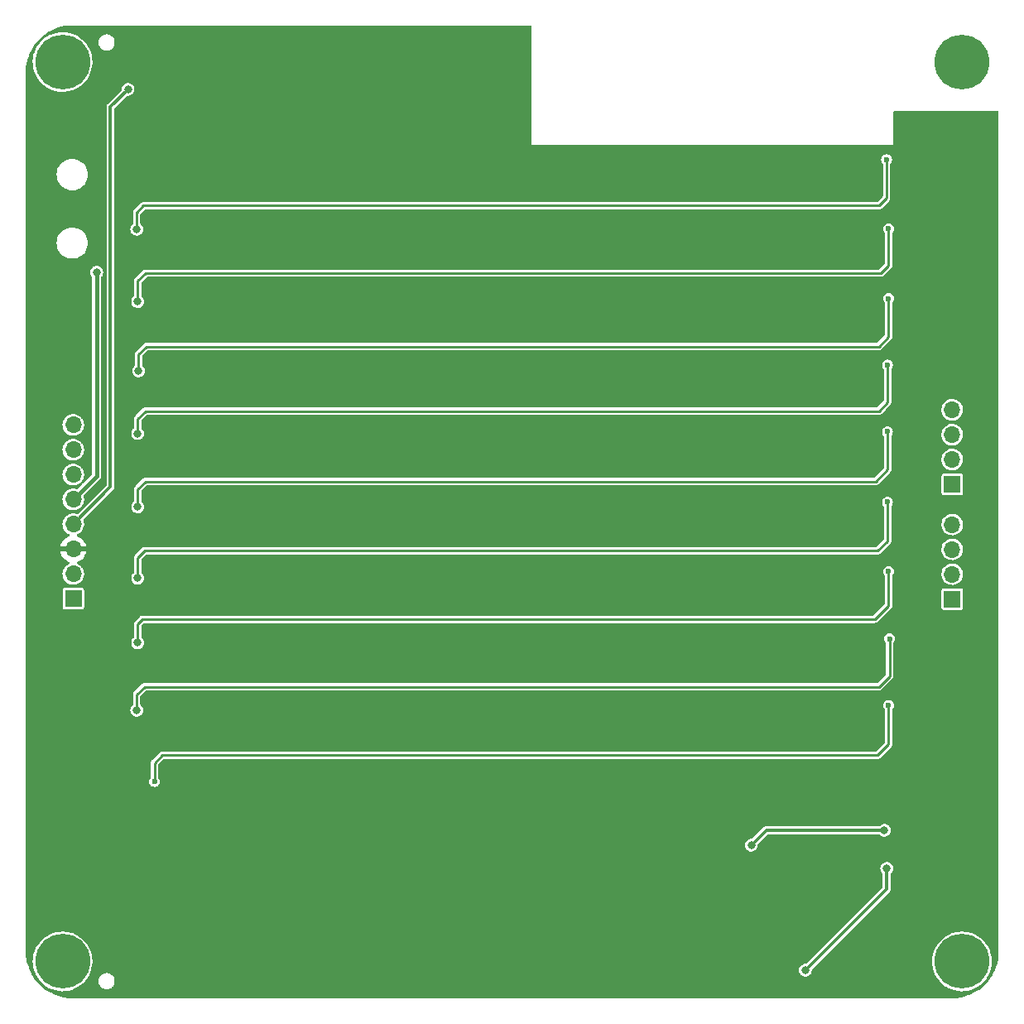
<source format=gbl>
G04 #@! TF.GenerationSoftware,KiCad,Pcbnew,6.0.2+dfsg-1*
G04 #@! TF.CreationDate,2023-06-12T23:51:07+02:00*
G04 #@! TF.ProjectId,Logic_0,4c6f6769-635f-4302-9e6b-696361645f70,rev?*
G04 #@! TF.SameCoordinates,Original*
G04 #@! TF.FileFunction,Copper,L2,Bot*
G04 #@! TF.FilePolarity,Positive*
%FSLAX46Y46*%
G04 Gerber Fmt 4.6, Leading zero omitted, Abs format (unit mm)*
G04 Created by KiCad (PCBNEW 6.0.2+dfsg-1) date 2023-06-12 23:51:07*
%MOMM*%
%LPD*%
G01*
G04 APERTURE LIST*
G04 #@! TA.AperFunction,ComponentPad*
%ADD10C,5.600000*%
G04 #@! TD*
G04 #@! TA.AperFunction,ComponentPad*
%ADD11R,1.700000X1.700000*%
G04 #@! TD*
G04 #@! TA.AperFunction,ComponentPad*
%ADD12O,1.700000X1.700000*%
G04 #@! TD*
G04 #@! TA.AperFunction,ViaPad*
%ADD13C,0.800000*%
G04 #@! TD*
G04 #@! TA.AperFunction,ViaPad*
%ADD14C,0.600000*%
G04 #@! TD*
G04 #@! TA.AperFunction,Conductor*
%ADD15C,0.250000*%
G04 #@! TD*
G04 #@! TA.AperFunction,Conductor*
%ADD16C,0.500000*%
G04 #@! TD*
G04 #@! TA.AperFunction,Conductor*
%ADD17C,0.300000*%
G04 #@! TD*
G04 #@! TA.AperFunction,Conductor*
%ADD18C,0.400000*%
G04 #@! TD*
G04 APERTURE END LIST*
D10*
G04 #@! TO.P,H5,1*
G04 #@! TO.N,N/C*
X34000000Y-49000000D03*
G04 #@! TD*
G04 #@! TO.P,H6,1*
G04 #@! TO.N,N/C*
X126000000Y-49000000D03*
G04 #@! TD*
G04 #@! TO.P,H7,1*
G04 #@! TO.N,N/C*
X34000000Y-141000000D03*
G04 #@! TD*
G04 #@! TO.P,H8,1*
G04 #@! TO.N,N/C*
X126000000Y-141000000D03*
G04 #@! TD*
D11*
G04 #@! TO.P,J4,1,Pin_1*
G04 #@! TO.N,/ovladaci_prvky.sch/3V3*
X35100000Y-103900000D03*
D12*
G04 #@! TO.P,J4,2,Pin_2*
G04 #@! TO.N,/ovladaci_prvky.sch/SW_7*
X35100000Y-101360000D03*
G04 #@! TO.P,J4,3,Pin_3*
G04 #@! TO.N,/ovladaci_prvky.sch/GND*
X35100000Y-98820000D03*
G04 #@! TO.P,J4,4,Pin_4*
G04 #@! TO.N,/ovladaci_prvky.sch/DATA_ZADANI_LED*
X35100000Y-96280000D03*
G04 #@! TO.P,J4,5,Pin_5*
G04 #@! TO.N,/ovladaci_prvky.sch/DATA_HERNI_LED*
X35100000Y-93740000D03*
G04 #@! TO.P,J4,6,Pin_6*
G04 #@! TO.N,/ovladaci_prvky.sch/V_LED_1*
X35100000Y-91200000D03*
G04 #@! TO.P,J4,7,Pin_7*
G04 #@! TO.N,/ovladaci_prvky.sch/SENZOR_SVETLA*
X35100000Y-88660000D03*
G04 #@! TO.P,J4,8,Pin_8*
G04 #@! TO.N,/ovladaci_prvky.sch/SW_12*
X35100000Y-86120000D03*
G04 #@! TD*
D11*
G04 #@! TO.P,J5,1,Pin_1*
G04 #@! TO.N,/ovladaci_prvky.sch/SW_5*
X125000000Y-103920000D03*
D12*
G04 #@! TO.P,J5,2,Pin_2*
G04 #@! TO.N,/ovladaci_prvky.sch/SW_9*
X125000000Y-101380000D03*
G04 #@! TO.P,J5,3,Pin_3*
G04 #@! TO.N,/ovladaci_prvky.sch/SW_10*
X125000000Y-98840000D03*
G04 #@! TO.P,J5,4,Pin_4*
G04 #@! TO.N,/ovladaci_prvky.sch/SW_4*
X125000000Y-96300000D03*
G04 #@! TD*
D11*
G04 #@! TO.P,J6,1,Pin_1*
G04 #@! TO.N,/ovladaci_prvky.sch/SW_11*
X125000000Y-92200000D03*
D12*
G04 #@! TO.P,J6,2,Pin_2*
G04 #@! TO.N,/ovladaci_prvky.sch/SW_8*
X125000000Y-89660000D03*
G04 #@! TO.P,J6,3,Pin_3*
G04 #@! TO.N,/ovladaci_prvky.sch/SW_3*
X125000000Y-87120000D03*
G04 #@! TO.P,J6,4,Pin_4*
G04 #@! TO.N,/ovladaci_prvky.sch/SW_2*
X125000000Y-84580000D03*
G04 #@! TD*
D13*
G04 #@! TO.N,/ovladaci_prvky.sch/herni_pole_LED.sch/2.sch/DATA_OUT*
X41580000Y-66100000D03*
D14*
X118280000Y-59000000D03*
D13*
G04 #@! TO.N,/ovladaci_prvky.sch/herni_pole_LED.sch/4.sch/DATA_OUT*
X41680000Y-73500000D03*
D14*
X118480000Y-66050000D03*
D13*
G04 #@! TO.N,/ovladaci_prvky.sch/herni_pole_LED.sch/6.sch/DATA_OUT*
X41780000Y-80600000D03*
D14*
X118480000Y-73200000D03*
D13*
G04 #@! TO.N,/ovladaci_prvky.sch/herni_pole_LED.sch/8.sch/DATA_OUT*
X41680000Y-87000000D03*
D14*
X118380000Y-80000000D03*
G04 #@! TO.N,/ovladaci_prvky.sch/herni_pole_LED.sch/10.sch/DATA_OUT*
X118380000Y-86800000D03*
D13*
X41680000Y-94500000D03*
G04 #@! TO.N,/ovladaci_prvky.sch/herni_pole_LED.sch/12.sch/DATA_OUT*
X41680000Y-101800000D03*
D14*
X118380000Y-94000000D03*
G04 #@! TO.N,/ovladaci_prvky.sch/herni_pole_LED.sch/14.sch/DATA_OUT*
X118480000Y-101100000D03*
D13*
X41680000Y-108400000D03*
D14*
G04 #@! TO.N,/ovladaci_prvky.sch/herni_pole_LED.sch/16.sch/DATA_OUT*
X118580000Y-108000000D03*
D13*
X41580000Y-115300000D03*
D14*
G04 #@! TO.N,/ovladaci_prvky.sch/herni_pole_LED.sch/18.sch/DATA_OUT*
X118480000Y-114800000D03*
X43400000Y-122600000D03*
D13*
G04 #@! TO.N,/ovladaci_prvky.sch/GND*
X83600000Y-59800000D03*
X113280000Y-123000000D03*
X76100000Y-94900000D03*
X112580000Y-80800000D03*
X53300000Y-80800000D03*
X60900000Y-80800000D03*
X91200000Y-94900000D03*
X61000000Y-66800000D03*
X106500000Y-66800000D03*
X46880000Y-74000000D03*
X112780000Y-108900000D03*
X83600000Y-74000000D03*
X60900000Y-108900000D03*
X60900000Y-102000000D03*
X76000000Y-108900000D03*
X60900000Y-59800000D03*
X106400000Y-94800000D03*
X83700000Y-66800000D03*
X49980000Y-141900000D03*
X46780000Y-87900000D03*
X107200000Y-115700000D03*
X53300000Y-66800000D03*
X46980000Y-80800000D03*
X98800000Y-94900000D03*
X68400000Y-115800000D03*
X40880000Y-100100000D03*
X68400000Y-102000000D03*
X99700000Y-115700000D03*
X54300000Y-122900000D03*
X98800000Y-102000000D03*
X42480000Y-136400000D03*
X98800000Y-74000000D03*
X106400000Y-59800000D03*
X91200000Y-87900000D03*
X68400000Y-80800000D03*
X83600000Y-108900000D03*
X106400000Y-80800000D03*
X98800000Y-59800000D03*
X115950000Y-133160000D03*
X49980000Y-130900000D03*
X45515000Y-126000000D03*
X99800000Y-123000000D03*
X53300000Y-74000000D03*
X45505000Y-129100000D03*
X112880000Y-102000000D03*
X98800000Y-66800000D03*
X83600000Y-80800000D03*
X113760000Y-136490000D03*
X106500000Y-108900000D03*
X106400000Y-102000000D03*
X84360002Y-123039998D03*
X76000000Y-87900000D03*
X91300000Y-102000000D03*
X117190000Y-128425000D03*
X119480000Y-115700000D03*
X91100000Y-74000000D03*
X91300000Y-80800000D03*
X44480000Y-59800000D03*
X53200000Y-87900000D03*
X92200000Y-123000000D03*
X60800000Y-74000000D03*
X91300000Y-59800000D03*
X68400000Y-108900000D03*
X68500000Y-59800000D03*
X112980000Y-74000000D03*
X53300000Y-102000000D03*
X46880000Y-108900000D03*
X69300000Y-123000000D03*
X47080000Y-66800000D03*
X68600000Y-94900000D03*
X91200000Y-108900000D03*
X57480000Y-136400000D03*
X112780000Y-66800000D03*
X112780000Y-94800000D03*
X60700000Y-115800000D03*
X75900000Y-74000000D03*
X53300000Y-59800000D03*
X106400000Y-74000000D03*
X76000000Y-66800000D03*
X91300000Y-66800000D03*
X61700000Y-123000000D03*
X76900000Y-123000000D03*
X91200000Y-115700000D03*
X76100000Y-115700000D03*
X98900000Y-108900000D03*
X49980000Y-136400000D03*
X107200000Y-123000000D03*
X46880000Y-115800000D03*
X53200000Y-94900000D03*
X68400000Y-74000000D03*
X47580000Y-122900000D03*
X83700000Y-87900000D03*
X60900000Y-87900000D03*
X113680000Y-115700000D03*
X98800000Y-87900000D03*
X106400000Y-87900000D03*
X83600000Y-115700000D03*
X60800000Y-94900000D03*
X76000000Y-102000000D03*
X83600000Y-102000000D03*
X98800000Y-80800000D03*
X46980000Y-94900000D03*
X75900000Y-80800000D03*
X68400000Y-87900000D03*
X68400000Y-66800000D03*
X112580000Y-87900000D03*
X46680000Y-102000000D03*
X112780000Y-59800000D03*
X53200000Y-108900000D03*
X53200000Y-115800000D03*
X76200000Y-59800000D03*
X83700000Y-94900000D03*
G04 #@! TO.N,/ovladaci_prvky.sch/DATA_ZADANI_LED*
X40700000Y-51800000D03*
G04 #@! TO.N,/ovladaci_prvky.sch/DATA_HERNI_LED*
X37495000Y-70505000D03*
G04 #@! TO.N,/ovladaci_prvky.sch/SW_8*
X118055000Y-127585000D03*
X104450000Y-129100000D03*
G04 #@! TO.N,/ovladaci_prvky.sch/SW_9*
X109975000Y-141900000D03*
X118295000Y-131480000D03*
G04 #@! TD*
D15*
G04 #@! TO.N,/ovladaci_prvky.sch/herni_pole_LED.sch/2.sch/DATA_OUT*
X42280000Y-63700000D02*
X41580000Y-64400000D01*
X41580000Y-64400000D02*
X41580000Y-66100000D01*
X118280000Y-62900000D02*
X117480000Y-63700000D01*
X117480000Y-63700000D02*
X42280000Y-63700000D01*
X118280000Y-59000000D02*
X118280000Y-62900000D01*
G04 #@! TO.N,/ovladaci_prvky.sch/herni_pole_LED.sch/4.sch/DATA_OUT*
X41680000Y-71400000D02*
X41680000Y-73500000D01*
X118480000Y-66050000D02*
X118480000Y-69800000D01*
X42480000Y-70600000D02*
X41680000Y-71400000D01*
X118480000Y-69800000D02*
X117680000Y-70600000D01*
X117680000Y-70600000D02*
X42480000Y-70600000D01*
G04 #@! TO.N,/ovladaci_prvky.sch/herni_pole_LED.sch/6.sch/DATA_OUT*
X118480000Y-73200000D02*
X118480000Y-77100000D01*
X118480000Y-77100000D02*
X117480000Y-78100000D01*
X117480000Y-78100000D02*
X42580000Y-78100000D01*
X42580000Y-78100000D02*
X41780000Y-78900000D01*
X41780000Y-78900000D02*
X41780000Y-80600000D01*
G04 #@! TO.N,/ovladaci_prvky.sch/herni_pole_LED.sch/8.sch/DATA_OUT*
X117480000Y-84700000D02*
X42480000Y-84700000D01*
X118380000Y-80000000D02*
X118380000Y-83800000D01*
X41680000Y-85500000D02*
X41680000Y-87000000D01*
X118380000Y-83800000D02*
X117480000Y-84700000D01*
X42480000Y-84700000D02*
X41680000Y-85500000D01*
G04 #@! TO.N,/ovladaci_prvky.sch/herni_pole_LED.sch/10.sch/DATA_OUT*
X117180000Y-91900000D02*
X42480000Y-91900000D01*
X41680000Y-92700000D02*
X41680000Y-94500000D01*
X118380000Y-86800000D02*
X118380000Y-90700000D01*
X118380000Y-90700000D02*
X117180000Y-91900000D01*
X42480000Y-91900000D02*
X41680000Y-92700000D01*
G04 #@! TO.N,/ovladaci_prvky.sch/herni_pole_LED.sch/12.sch/DATA_OUT*
X41680000Y-99700000D02*
X41680000Y-101800000D01*
X117380000Y-99000000D02*
X42380000Y-99000000D01*
X42380000Y-99000000D02*
X41680000Y-99700000D01*
X118380000Y-94000000D02*
X118380000Y-98000000D01*
X118380000Y-98000000D02*
X117380000Y-99000000D01*
G04 #@! TO.N,/ovladaci_prvky.sch/herni_pole_LED.sch/14.sch/DATA_OUT*
X118480000Y-104600000D02*
X117080000Y-106000000D01*
X117080000Y-106000000D02*
X42180000Y-106000000D01*
X118480000Y-101100000D02*
X118480000Y-104600000D01*
X42180000Y-106000000D02*
X41680000Y-106500000D01*
X41680000Y-106500000D02*
X41680000Y-108400000D01*
G04 #@! TO.N,/ovladaci_prvky.sch/herni_pole_LED.sch/16.sch/DATA_OUT*
X118580000Y-108000000D02*
X118580000Y-111800000D01*
X117480000Y-112900000D02*
X42380000Y-112900000D01*
X42380000Y-112900000D02*
X41580000Y-113700000D01*
X118580000Y-111800000D02*
X117480000Y-112900000D01*
X41580000Y-113700000D02*
X41580000Y-115300000D01*
G04 #@! TO.N,/ovladaci_prvky.sch/herni_pole_LED.sch/18.sch/DATA_OUT*
X43400000Y-120700000D02*
X44200000Y-119900000D01*
X118480000Y-118800000D02*
X117380000Y-119900000D01*
X43400000Y-122600000D02*
X43400000Y-120700000D01*
X118480000Y-114800000D02*
X118480000Y-118800000D01*
X44200000Y-119900000D02*
X44300000Y-119900000D01*
X117380000Y-119900000D02*
X44300000Y-119900000D01*
D16*
G04 #@! TO.N,/ovladaci_prvky.sch/GND*
X91200000Y-87900000D02*
X98800000Y-87900000D01*
X91200000Y-108900000D02*
X84780000Y-108900000D01*
X46980000Y-80800000D02*
X53300000Y-80800000D01*
X46880000Y-108900000D02*
X53200000Y-108900000D01*
X91300000Y-102000000D02*
X98800000Y-102000000D01*
X100080000Y-94900000D02*
X100180000Y-94800000D01*
X75900000Y-74000000D02*
X83600000Y-74000000D01*
X68400000Y-115800000D02*
X69780000Y-115800000D01*
X91200000Y-115700000D02*
X99700000Y-115700000D01*
X77940002Y-123000000D02*
X77980000Y-123039998D01*
X69780000Y-115800000D02*
X69880000Y-115700000D01*
X76000000Y-87900000D02*
X83700000Y-87900000D01*
X99800000Y-123000000D02*
X107200000Y-123000000D01*
X62620718Y-123000000D02*
X61700000Y-123000000D01*
X108280000Y-123000000D02*
X113280000Y-123000000D01*
X60700000Y-115800000D02*
X68400000Y-115800000D01*
X46780000Y-87900000D02*
X53200000Y-87900000D01*
X53200000Y-94900000D02*
X60800000Y-94900000D01*
X107580000Y-94800000D02*
X112780000Y-94800000D01*
X69880000Y-115700000D02*
X76100000Y-115700000D01*
X53300000Y-66800000D02*
X54580000Y-66800000D01*
X68400000Y-66800000D02*
X76000000Y-66800000D01*
X106500000Y-66800000D02*
X107680000Y-66800000D01*
X107680000Y-87900000D02*
X112580000Y-87900000D01*
X54300000Y-122900000D02*
X55380000Y-122900000D01*
X53300000Y-80800000D02*
X60900000Y-80800000D01*
X76100000Y-94900000D02*
X83700000Y-94900000D01*
X106400000Y-94800000D02*
X107580000Y-94800000D01*
X69300000Y-123000000D02*
X76900000Y-123000000D01*
X68400000Y-80800000D02*
X75900000Y-80800000D01*
X69300000Y-123000000D02*
X62620718Y-123000000D01*
X45515000Y-126000000D02*
X45515000Y-129090000D01*
X107680000Y-108900000D02*
X112780000Y-108900000D01*
X68500000Y-59800000D02*
X76200000Y-59800000D01*
X76000000Y-66800000D02*
X83700000Y-66800000D01*
X107200000Y-115700000D02*
X108180000Y-115700000D01*
X106400000Y-74000000D02*
X107580000Y-74000000D01*
X112580000Y-102000000D02*
X112880000Y-102000000D01*
X53200000Y-108900000D02*
X60900000Y-108900000D01*
X75900000Y-80800000D02*
X83600000Y-80800000D01*
X98800000Y-59800000D02*
X106400000Y-59800000D01*
X91300000Y-80800000D02*
X98800000Y-80800000D01*
X91200000Y-108900000D02*
X98900000Y-108900000D01*
X83600000Y-74000000D02*
X91100000Y-74000000D01*
X61980000Y-59800000D02*
X66600000Y-59800000D01*
X77980000Y-123039998D02*
X83068569Y-123039998D01*
X46880000Y-115800000D02*
X53200000Y-115800000D01*
X54680000Y-59800000D02*
X59300000Y-59800000D01*
X98900000Y-108900000D02*
X106500000Y-108900000D01*
X61000000Y-66800000D02*
X68400000Y-66800000D01*
X83068569Y-123039998D02*
X84360002Y-123039998D01*
X55480000Y-123000000D02*
X61700000Y-123000000D01*
X84780000Y-108900000D02*
X83600000Y-108900000D01*
X46680000Y-102000000D02*
X53300000Y-102000000D01*
X106500000Y-108900000D02*
X107680000Y-108900000D01*
X107680000Y-66800000D02*
X112780000Y-66800000D01*
X68400000Y-102000000D02*
X76000000Y-102000000D01*
X53200000Y-87900000D02*
X60900000Y-87900000D01*
X84360002Y-123039998D02*
X90895565Y-123039998D01*
X47580000Y-122900000D02*
X54300000Y-122900000D01*
X107780000Y-59800000D02*
X112780000Y-59800000D01*
X98800000Y-87900000D02*
X106400000Y-87900000D01*
X83700000Y-66800000D02*
X91300000Y-66800000D01*
X60900000Y-108900000D02*
X68400000Y-108900000D01*
X91100000Y-74000000D02*
X98800000Y-74000000D01*
X60900000Y-102000000D02*
X68400000Y-102000000D01*
X59400000Y-66800000D02*
X61000000Y-66800000D01*
X60800000Y-94900000D02*
X68600000Y-94900000D01*
X40880000Y-100100000D02*
X38680000Y-100100000D01*
X45515000Y-129090000D02*
X45505000Y-129100000D01*
X37800000Y-100100000D02*
X36500000Y-98800000D01*
X100180000Y-94800000D02*
X106400000Y-94800000D01*
X46980000Y-94900000D02*
X53200000Y-94900000D01*
X76200000Y-59800000D02*
X83600000Y-59800000D01*
X68600000Y-94900000D02*
X76100000Y-94900000D01*
X83700000Y-94900000D02*
X91200000Y-94900000D01*
X53300000Y-102000000D02*
X60900000Y-102000000D01*
X106400000Y-59800000D02*
X107780000Y-59800000D01*
X107580000Y-74000000D02*
X112980000Y-74000000D01*
X98800000Y-74000000D02*
X106400000Y-74000000D01*
X99700000Y-115700000D02*
X107200000Y-115700000D01*
X83600000Y-102000000D02*
X91300000Y-102000000D01*
X98800000Y-94900000D02*
X100080000Y-94900000D01*
X68400000Y-108900000D02*
X76000000Y-108900000D01*
X68400000Y-74000000D02*
X75900000Y-74000000D01*
X76900000Y-123000000D02*
X77940002Y-123000000D01*
X98800000Y-102000000D02*
X106400000Y-102000000D01*
X60900000Y-59800000D02*
X61980000Y-59800000D01*
X106400000Y-102000000D02*
X112580000Y-102000000D01*
X107200000Y-123000000D02*
X108280000Y-123000000D01*
X66600000Y-59800000D02*
X68500000Y-59800000D01*
X46880000Y-74000000D02*
X53300000Y-74000000D01*
X106400000Y-80800000D02*
X107480000Y-80800000D01*
X92200000Y-123000000D02*
X99800000Y-123000000D01*
X92200000Y-123000000D02*
X90935563Y-123000000D01*
X76100000Y-115700000D02*
X83600000Y-115700000D01*
X60900000Y-87900000D02*
X68400000Y-87900000D01*
X54580000Y-66800000D02*
X59400000Y-66800000D01*
X83600000Y-80800000D02*
X91300000Y-80800000D01*
X83600000Y-59800000D02*
X91300000Y-59800000D01*
X91200000Y-94900000D02*
X98800000Y-94900000D01*
X55380000Y-122900000D02*
X55480000Y-123000000D01*
X51800000Y-59800000D02*
X53300000Y-59800000D01*
X98800000Y-80800000D02*
X106400000Y-80800000D01*
X60800000Y-74000000D02*
X68400000Y-74000000D01*
X47080000Y-66800000D02*
X53300000Y-66800000D01*
X106400000Y-87900000D02*
X107680000Y-87900000D01*
X83600000Y-115700000D02*
X91200000Y-115700000D01*
X108180000Y-115700000D02*
X113680000Y-115700000D01*
X76000000Y-108900000D02*
X83600000Y-108900000D01*
X91300000Y-66800000D02*
X98800000Y-66800000D01*
X44480000Y-59800000D02*
X51800000Y-59800000D01*
X107480000Y-80800000D02*
X112580000Y-80800000D01*
X60900000Y-80800000D02*
X68400000Y-80800000D01*
X36500000Y-98800000D02*
X35000000Y-98800000D01*
X68400000Y-87900000D02*
X76000000Y-87900000D01*
X98800000Y-66800000D02*
X106500000Y-66800000D01*
X53200000Y-115800000D02*
X60700000Y-115800000D01*
X76000000Y-102000000D02*
X83600000Y-102000000D01*
X90895565Y-123039998D02*
X90935563Y-123000000D01*
X91300000Y-59800000D02*
X98800000Y-59800000D01*
X53300000Y-59800000D02*
X54680000Y-59800000D01*
X59300000Y-59800000D02*
X60900000Y-59800000D01*
X53300000Y-74000000D02*
X60800000Y-74000000D01*
X38680000Y-100100000D02*
X37800000Y-100100000D01*
X83700000Y-87900000D02*
X91200000Y-87900000D01*
D17*
G04 #@! TO.N,/ovladaci_prvky.sch/DATA_ZADANI_LED*
X38900000Y-53600000D02*
X40700000Y-51800000D01*
X38900000Y-92480000D02*
X38900000Y-74000000D01*
X38900000Y-74000000D02*
X38900000Y-53600000D01*
X35100000Y-96280000D02*
X38900000Y-92480000D01*
D18*
G04 #@! TO.N,/ovladaci_prvky.sch/DATA_HERNI_LED*
X37495000Y-91345000D02*
X35100000Y-93740000D01*
X37495000Y-70505000D02*
X37495000Y-91345000D01*
D17*
G04 #@! TO.N,/ovladaci_prvky.sch/SW_8*
X105965000Y-127585000D02*
X118055000Y-127585000D01*
X104450000Y-129100000D02*
X105965000Y-127585000D01*
G04 #@! TO.N,/ovladaci_prvky.sch/SW_9*
X109975000Y-141900000D02*
X118295000Y-133580000D01*
X118295000Y-133580000D02*
X118295000Y-131480000D01*
G04 #@! TD*
G04 #@! TA.AperFunction,Conductor*
G04 #@! TO.N,/ovladaci_prvky.sch/GND*
G36*
X81942121Y-45270502D02*
G01*
X81988614Y-45324158D01*
X82000000Y-45376500D01*
X82000000Y-57500000D01*
X119000000Y-57500000D01*
X119000000Y-54126000D01*
X119020002Y-54057879D01*
X119073658Y-54011386D01*
X119126000Y-54000000D01*
X129623500Y-54000000D01*
X129691621Y-54020002D01*
X129738114Y-54073658D01*
X129749500Y-54126000D01*
X129749500Y-139962915D01*
X129747079Y-139987496D01*
X129744592Y-140000000D01*
X129747014Y-140012173D01*
X129747014Y-140023119D01*
X129747954Y-140035410D01*
X129731667Y-140408448D01*
X129730709Y-140419399D01*
X129678061Y-140819293D01*
X129676152Y-140830117D01*
X129588856Y-141223889D01*
X129586011Y-141234506D01*
X129473815Y-141590348D01*
X129464726Y-141619174D01*
X129460970Y-141629496D01*
X129341548Y-141917807D01*
X129306612Y-142002149D01*
X129301970Y-142012102D01*
X129140718Y-142321866D01*
X129115730Y-142369867D01*
X129110234Y-142379387D01*
X128893522Y-142719556D01*
X128887218Y-142728560D01*
X128673898Y-143006565D01*
X128641673Y-143048561D01*
X128634609Y-143056978D01*
X128362298Y-143354155D01*
X128362121Y-143354348D01*
X128354352Y-143362117D01*
X128071311Y-143621476D01*
X128056981Y-143634607D01*
X128048564Y-143641670D01*
X127937199Y-143727124D01*
X127728560Y-143887218D01*
X127719556Y-143893522D01*
X127379387Y-144110234D01*
X127369868Y-144115729D01*
X127012102Y-144301970D01*
X127002158Y-144306608D01*
X126629496Y-144460970D01*
X126619181Y-144464723D01*
X126234507Y-144586011D01*
X126223889Y-144588856D01*
X125830117Y-144676152D01*
X125819293Y-144678061D01*
X125419399Y-144730709D01*
X125408448Y-144731667D01*
X125035410Y-144747954D01*
X125023119Y-144747014D01*
X125012173Y-144747014D01*
X125000000Y-144744592D01*
X124987829Y-144747013D01*
X124987827Y-144747013D01*
X124987496Y-144747079D01*
X124962915Y-144749500D01*
X35037085Y-144749500D01*
X35012504Y-144747079D01*
X35012173Y-144747013D01*
X35012171Y-144747013D01*
X35000000Y-144744592D01*
X34987827Y-144747014D01*
X34976881Y-144747014D01*
X34964590Y-144747954D01*
X34591552Y-144731667D01*
X34580601Y-144730709D01*
X34180707Y-144678061D01*
X34169883Y-144676152D01*
X33776111Y-144588856D01*
X33765493Y-144586011D01*
X33380819Y-144464723D01*
X33370504Y-144460970D01*
X32997842Y-144306608D01*
X32987898Y-144301970D01*
X32630132Y-144115729D01*
X32620613Y-144110234D01*
X32280444Y-143893522D01*
X32271440Y-143887218D01*
X32062801Y-143727124D01*
X31951436Y-143641670D01*
X31943019Y-143634607D01*
X31928689Y-143621476D01*
X31645648Y-143362117D01*
X31637879Y-143354348D01*
X31637703Y-143354155D01*
X31365391Y-143056978D01*
X31358327Y-143048561D01*
X31326103Y-143006565D01*
X31112782Y-142728560D01*
X31106478Y-142719556D01*
X30889766Y-142379387D01*
X30884270Y-142369867D01*
X30859282Y-142321866D01*
X30698030Y-142012102D01*
X30693388Y-142002149D01*
X30658453Y-141917807D01*
X30539030Y-141629496D01*
X30535274Y-141619174D01*
X30526186Y-141590348D01*
X30413989Y-141234506D01*
X30411144Y-141223889D01*
X30352053Y-140957341D01*
X30944991Y-140957341D01*
X30959275Y-141298146D01*
X30959813Y-141301619D01*
X31010572Y-141629503D01*
X31011459Y-141635234D01*
X31012381Y-141638626D01*
X31012381Y-141638628D01*
X31041164Y-141744568D01*
X31100892Y-141964405D01*
X31102182Y-141967664D01*
X31102184Y-141967669D01*
X31119780Y-142012111D01*
X31226461Y-142281555D01*
X31228107Y-142284651D01*
X31228109Y-142284655D01*
X31384951Y-142579631D01*
X31386600Y-142582732D01*
X31388585Y-142585631D01*
X31577321Y-142861274D01*
X31577326Y-142861280D01*
X31579312Y-142864181D01*
X31802196Y-143122395D01*
X32052474Y-143354155D01*
X32327026Y-143556572D01*
X32330063Y-143558326D01*
X32330067Y-143558328D01*
X32444483Y-143624386D01*
X32622431Y-143727124D01*
X32625652Y-143728531D01*
X32931783Y-143862277D01*
X32931793Y-143862281D01*
X32935005Y-143863684D01*
X32938362Y-143864723D01*
X32938367Y-143864725D01*
X33257494Y-143963511D01*
X33260854Y-143964551D01*
X33264310Y-143965210D01*
X33264309Y-143965210D01*
X33592465Y-144027810D01*
X33592471Y-144027811D01*
X33595916Y-144028468D01*
X33774627Y-144042219D01*
X33932517Y-144054368D01*
X33932518Y-144054368D01*
X33936014Y-144054637D01*
X34148773Y-144047207D01*
X34273395Y-144042856D01*
X34273400Y-144042856D01*
X34276910Y-144042733D01*
X34445633Y-144017818D01*
X34610876Y-143993417D01*
X34610881Y-143993416D01*
X34614355Y-143992903D01*
X34617747Y-143992007D01*
X34617751Y-143992006D01*
X34940751Y-143906666D01*
X34940752Y-143906666D01*
X34944142Y-143905770D01*
X35262161Y-143782418D01*
X35564448Y-143624386D01*
X35847236Y-143433643D01*
X35935642Y-143358404D01*
X36104326Y-143214842D01*
X36104327Y-143214841D01*
X36106999Y-143212567D01*
X36306613Y-143000000D01*
X37668947Y-143000000D01*
X37669637Y-143006565D01*
X37681812Y-143122395D01*
X37687108Y-143172786D01*
X37689148Y-143179064D01*
X37689148Y-143179065D01*
X37700773Y-143214842D01*
X37740795Y-143338020D01*
X37744098Y-143343742D01*
X37744099Y-143343743D01*
X37750222Y-143354348D01*
X37827664Y-143488481D01*
X37832082Y-143493388D01*
X37832083Y-143493389D01*
X37891256Y-143559107D01*
X37943917Y-143617593D01*
X37949259Y-143621474D01*
X37949261Y-143621476D01*
X37972456Y-143638328D01*
X38084473Y-143719713D01*
X38090501Y-143722397D01*
X38090503Y-143722398D01*
X38221648Y-143780787D01*
X38243190Y-143790378D01*
X38328160Y-143808439D01*
X38406674Y-143825128D01*
X38406678Y-143825128D01*
X38413131Y-143826500D01*
X38586869Y-143826500D01*
X38593322Y-143825128D01*
X38593326Y-143825128D01*
X38671840Y-143808439D01*
X38756810Y-143790378D01*
X38778352Y-143780787D01*
X38909497Y-143722398D01*
X38909499Y-143722397D01*
X38915527Y-143719713D01*
X39027544Y-143638328D01*
X39050739Y-143621476D01*
X39050741Y-143621474D01*
X39056083Y-143617593D01*
X39108744Y-143559107D01*
X39167917Y-143493389D01*
X39167918Y-143493388D01*
X39172336Y-143488481D01*
X39249778Y-143354348D01*
X39255901Y-143343743D01*
X39255902Y-143343742D01*
X39259205Y-143338020D01*
X39299228Y-143214842D01*
X39310852Y-143179065D01*
X39310852Y-143179064D01*
X39312892Y-143172786D01*
X39318189Y-143122395D01*
X39330363Y-143006565D01*
X39331053Y-143000000D01*
X39317058Y-142866849D01*
X39313582Y-142833778D01*
X39313582Y-142833777D01*
X39312892Y-142827214D01*
X39279422Y-142724201D01*
X39261247Y-142668264D01*
X39261246Y-142668262D01*
X39259205Y-142661980D01*
X39172336Y-142511519D01*
X39071575Y-142399612D01*
X39060505Y-142387318D01*
X39060504Y-142387317D01*
X39056083Y-142382407D01*
X39045545Y-142374750D01*
X38920869Y-142284168D01*
X38920868Y-142284167D01*
X38915527Y-142280287D01*
X38909499Y-142277603D01*
X38909497Y-142277602D01*
X38762841Y-142212307D01*
X38762840Y-142212307D01*
X38756810Y-142209622D01*
X38666161Y-142190354D01*
X38593326Y-142174872D01*
X38593322Y-142174872D01*
X38586869Y-142173500D01*
X38413131Y-142173500D01*
X38406678Y-142174872D01*
X38406674Y-142174872D01*
X38333839Y-142190354D01*
X38243190Y-142209622D01*
X38237160Y-142212307D01*
X38237159Y-142212307D01*
X38090504Y-142277602D01*
X38090502Y-142277603D01*
X38084474Y-142280287D01*
X38079133Y-142284167D01*
X38079132Y-142284168D01*
X37949261Y-142378524D01*
X37949259Y-142378526D01*
X37943917Y-142382407D01*
X37939496Y-142387317D01*
X37939495Y-142387318D01*
X37928426Y-142399612D01*
X37827664Y-142511519D01*
X37740795Y-142661980D01*
X37738754Y-142668262D01*
X37738753Y-142668264D01*
X37720578Y-142724201D01*
X37687108Y-142827214D01*
X37686418Y-142833777D01*
X37686418Y-142833778D01*
X37682942Y-142866849D01*
X37668947Y-143000000D01*
X36306613Y-143000000D01*
X36312778Y-142993435D01*
X36338090Y-142966481D01*
X36338094Y-142966476D01*
X36340501Y-142963913D01*
X36342606Y-142961099D01*
X36342612Y-142961092D01*
X36519829Y-142724201D01*
X36544830Y-142690781D01*
X36561728Y-142661980D01*
X36646063Y-142518233D01*
X36717440Y-142396574D01*
X36725092Y-142379387D01*
X36854747Y-142088178D01*
X36854749Y-142088173D01*
X36856179Y-142084961D01*
X36917029Y-141893138D01*
X109319758Y-141893138D01*
X109337035Y-142049633D01*
X109391143Y-142197490D01*
X109395380Y-142203796D01*
X109395382Y-142203799D01*
X109435709Y-142263811D01*
X109478958Y-142328172D01*
X109595410Y-142434135D01*
X109602085Y-142437759D01*
X109727099Y-142505637D01*
X109727101Y-142505638D01*
X109733776Y-142509262D01*
X109741125Y-142511190D01*
X109878719Y-142547287D01*
X109878721Y-142547287D01*
X109886069Y-142549215D01*
X109969380Y-142550524D01*
X110035898Y-142551569D01*
X110035901Y-142551569D01*
X110043495Y-142551688D01*
X110196968Y-142516538D01*
X110337625Y-142445795D01*
X110363869Y-142423381D01*
X110451574Y-142348474D01*
X110451576Y-142348471D01*
X110457348Y-142343542D01*
X110549224Y-142215683D01*
X110607950Y-142069598D01*
X110617549Y-142002149D01*
X110629553Y-141917807D01*
X110629553Y-141917804D01*
X110630134Y-141913723D01*
X110630278Y-141900000D01*
X110628049Y-141881584D01*
X110639721Y-141811556D01*
X110664041Y-141777352D01*
X111484052Y-140957341D01*
X122944991Y-140957341D01*
X122959275Y-141298146D01*
X122959813Y-141301619D01*
X123010572Y-141629503D01*
X123011459Y-141635234D01*
X123012381Y-141638626D01*
X123012381Y-141638628D01*
X123041164Y-141744568D01*
X123100892Y-141964405D01*
X123102182Y-141967664D01*
X123102184Y-141967669D01*
X123119780Y-142012111D01*
X123226461Y-142281555D01*
X123228107Y-142284651D01*
X123228109Y-142284655D01*
X123384951Y-142579631D01*
X123386600Y-142582732D01*
X123388585Y-142585631D01*
X123577321Y-142861274D01*
X123577326Y-142861280D01*
X123579312Y-142864181D01*
X123802196Y-143122395D01*
X124052474Y-143354155D01*
X124327026Y-143556572D01*
X124330063Y-143558326D01*
X124330067Y-143558328D01*
X124444483Y-143624386D01*
X124622431Y-143727124D01*
X124625652Y-143728531D01*
X124931783Y-143862277D01*
X124931793Y-143862281D01*
X124935005Y-143863684D01*
X124938362Y-143864723D01*
X124938367Y-143864725D01*
X125257494Y-143963511D01*
X125260854Y-143964551D01*
X125264310Y-143965210D01*
X125264309Y-143965210D01*
X125592465Y-144027810D01*
X125592471Y-144027811D01*
X125595916Y-144028468D01*
X125774627Y-144042219D01*
X125932517Y-144054368D01*
X125932518Y-144054368D01*
X125936014Y-144054637D01*
X126148773Y-144047207D01*
X126273395Y-144042856D01*
X126273400Y-144042856D01*
X126276910Y-144042733D01*
X126445632Y-144017818D01*
X126610876Y-143993417D01*
X126610881Y-143993416D01*
X126614355Y-143992903D01*
X126617747Y-143992007D01*
X126617751Y-143992006D01*
X126940751Y-143906666D01*
X126940752Y-143906666D01*
X126944142Y-143905770D01*
X127262161Y-143782418D01*
X127564448Y-143624386D01*
X127847236Y-143433643D01*
X127935642Y-143358404D01*
X128104326Y-143214842D01*
X128104327Y-143214841D01*
X128106999Y-143212567D01*
X128312778Y-142993435D01*
X128338090Y-142966481D01*
X128338094Y-142966476D01*
X128340501Y-142963913D01*
X128342606Y-142961099D01*
X128342612Y-142961092D01*
X128519829Y-142724201D01*
X128544830Y-142690781D01*
X128561728Y-142661980D01*
X128646063Y-142518233D01*
X128717440Y-142396574D01*
X128725092Y-142379387D01*
X128854747Y-142088178D01*
X128854749Y-142088173D01*
X128856179Y-142084961D01*
X128959319Y-141759824D01*
X129025573Y-141425217D01*
X129040560Y-141246745D01*
X129053933Y-141087493D01*
X129053934Y-141087482D01*
X129054116Y-141085309D01*
X129055307Y-141000000D01*
X129053120Y-140960868D01*
X129036462Y-140662937D01*
X129036266Y-140659428D01*
X128998130Y-140433954D01*
X128979968Y-140326570D01*
X128979967Y-140326565D01*
X128979381Y-140323101D01*
X128885360Y-139995211D01*
X128839972Y-139885092D01*
X128756713Y-139683090D01*
X128756709Y-139683083D01*
X128755375Y-139679845D01*
X128591047Y-139380934D01*
X128394424Y-139102203D01*
X128320756Y-139019228D01*
X128170289Y-138849753D01*
X128170283Y-138849747D01*
X128167956Y-138847126D01*
X127914467Y-138618883D01*
X127821404Y-138552257D01*
X127639982Y-138422371D01*
X127639975Y-138422367D01*
X127637115Y-138420319D01*
X127339358Y-138253908D01*
X127024908Y-138121725D01*
X127021545Y-138120735D01*
X127021536Y-138120732D01*
X126820346Y-138061520D01*
X126697682Y-138025418D01*
X126427684Y-137977810D01*
X126365220Y-137966796D01*
X126365218Y-137966796D01*
X126361760Y-137966186D01*
X126358249Y-137965965D01*
X126358248Y-137965965D01*
X126024848Y-137944988D01*
X126024842Y-137944988D01*
X126021330Y-137944767D01*
X125924946Y-137949481D01*
X125684140Y-137961258D01*
X125684132Y-137961259D01*
X125680633Y-137961430D01*
X125677165Y-137961992D01*
X125677162Y-137961992D01*
X125347393Y-138015403D01*
X125347390Y-138015404D01*
X125343918Y-138015966D01*
X125340531Y-138016912D01*
X125340525Y-138016913D01*
X125018774Y-138106748D01*
X125015379Y-138107696D01*
X125012116Y-138109014D01*
X125012114Y-138109015D01*
X124702371Y-138234160D01*
X124699114Y-138235476D01*
X124399062Y-138397713D01*
X124118965Y-138592385D01*
X124116323Y-138594698D01*
X124116319Y-138594701D01*
X124086002Y-138621242D01*
X123862314Y-138817067D01*
X123632307Y-139068956D01*
X123431811Y-139344915D01*
X123263326Y-139641503D01*
X123128951Y-139955023D01*
X123030361Y-140281569D01*
X122968785Y-140617068D01*
X122968539Y-140620584D01*
X122968539Y-140620585D01*
X122954644Y-140819293D01*
X122944991Y-140957341D01*
X111484052Y-140957341D01*
X118600484Y-133840909D01*
X118600487Y-133840905D01*
X118623050Y-133818342D01*
X118627555Y-133809501D01*
X118633037Y-133798742D01*
X118643365Y-133781887D01*
X118650467Y-133772112D01*
X118656296Y-133764089D01*
X118663094Y-133743168D01*
X118670658Y-133724908D01*
X118676144Y-133714141D01*
X118676145Y-133714137D01*
X118680646Y-133705304D01*
X118684087Y-133683578D01*
X118688703Y-133664353D01*
X118692435Y-133652868D01*
X118692436Y-133652864D01*
X118695500Y-133643433D01*
X118695500Y-132051534D01*
X118715502Y-131983413D01*
X118739669Y-131955723D01*
X118771576Y-131928472D01*
X118771577Y-131928471D01*
X118777348Y-131923542D01*
X118869224Y-131795683D01*
X118927950Y-131649598D01*
X118950134Y-131493723D01*
X118950278Y-131480000D01*
X118931363Y-131323694D01*
X118875710Y-131176412D01*
X118786531Y-131046657D01*
X118739971Y-131005174D01*
X118674648Y-130946972D01*
X118674645Y-130946970D01*
X118668976Y-130941919D01*
X118529831Y-130868245D01*
X118513122Y-130864048D01*
X118384498Y-130831740D01*
X118384496Y-130831740D01*
X118377128Y-130829889D01*
X118369530Y-130829849D01*
X118369528Y-130829849D01*
X118302319Y-130829497D01*
X118219684Y-130829065D01*
X118212305Y-130830837D01*
X118212301Y-130830837D01*
X118073967Y-130864048D01*
X118073963Y-130864049D01*
X118066588Y-130865820D01*
X117926679Y-130938032D01*
X117920957Y-130943024D01*
X117920955Y-130943025D01*
X117813759Y-131036538D01*
X117813756Y-131036541D01*
X117808034Y-131041533D01*
X117717501Y-131170348D01*
X117660309Y-131317039D01*
X117639758Y-131473138D01*
X117657035Y-131629633D01*
X117711143Y-131777490D01*
X117715380Y-131783796D01*
X117715382Y-131783799D01*
X117755709Y-131843811D01*
X117798958Y-131908172D01*
X117804576Y-131913284D01*
X117853299Y-131957618D01*
X117890222Y-132018258D01*
X117894500Y-132050812D01*
X117894500Y-133361917D01*
X117874498Y-133430038D01*
X117857595Y-133451012D01*
X110095888Y-141212719D01*
X110033576Y-141246745D01*
X110006134Y-141249622D01*
X109974601Y-141249457D01*
X109899684Y-141249065D01*
X109892305Y-141250837D01*
X109892301Y-141250837D01*
X109753967Y-141284048D01*
X109753963Y-141284049D01*
X109746588Y-141285820D01*
X109606679Y-141358032D01*
X109600957Y-141363024D01*
X109600955Y-141363025D01*
X109493759Y-141456538D01*
X109493756Y-141456541D01*
X109488034Y-141461533D01*
X109397501Y-141590348D01*
X109340309Y-141737039D01*
X109339318Y-141744568D01*
X109321279Y-141881587D01*
X109319758Y-141893138D01*
X36917029Y-141893138D01*
X36959319Y-141759824D01*
X37025573Y-141425217D01*
X37040560Y-141246745D01*
X37053933Y-141087493D01*
X37053934Y-141087482D01*
X37054116Y-141085309D01*
X37055307Y-141000000D01*
X37053120Y-140960868D01*
X37036462Y-140662937D01*
X37036266Y-140659428D01*
X36998130Y-140433954D01*
X36979968Y-140326570D01*
X36979967Y-140326565D01*
X36979381Y-140323101D01*
X36885360Y-139995211D01*
X36839972Y-139885092D01*
X36756713Y-139683090D01*
X36756709Y-139683083D01*
X36755375Y-139679845D01*
X36591047Y-139380934D01*
X36394424Y-139102203D01*
X36320756Y-139019228D01*
X36170289Y-138849753D01*
X36170283Y-138849747D01*
X36167956Y-138847126D01*
X35914467Y-138618883D01*
X35821404Y-138552257D01*
X35639982Y-138422371D01*
X35639975Y-138422367D01*
X35637115Y-138420319D01*
X35339358Y-138253908D01*
X35024908Y-138121725D01*
X35021545Y-138120735D01*
X35021536Y-138120732D01*
X34820346Y-138061520D01*
X34697682Y-138025418D01*
X34427684Y-137977810D01*
X34365220Y-137966796D01*
X34365218Y-137966796D01*
X34361760Y-137966186D01*
X34358249Y-137965965D01*
X34358248Y-137965965D01*
X34024848Y-137944988D01*
X34024842Y-137944988D01*
X34021330Y-137944767D01*
X33924946Y-137949481D01*
X33684140Y-137961258D01*
X33684132Y-137961259D01*
X33680633Y-137961430D01*
X33677165Y-137961992D01*
X33677162Y-137961992D01*
X33347393Y-138015403D01*
X33347390Y-138015404D01*
X33343918Y-138015966D01*
X33340531Y-138016912D01*
X33340525Y-138016913D01*
X33018774Y-138106748D01*
X33015379Y-138107696D01*
X33012116Y-138109014D01*
X33012114Y-138109015D01*
X32702371Y-138234160D01*
X32699114Y-138235476D01*
X32399062Y-138397713D01*
X32118965Y-138592385D01*
X32116323Y-138594698D01*
X32116319Y-138594701D01*
X32086002Y-138621242D01*
X31862314Y-138817067D01*
X31632307Y-139068956D01*
X31431811Y-139344915D01*
X31263326Y-139641503D01*
X31128951Y-139955023D01*
X31030361Y-140281569D01*
X30968785Y-140617068D01*
X30968539Y-140620584D01*
X30968539Y-140620585D01*
X30954644Y-140819293D01*
X30944991Y-140957341D01*
X30352053Y-140957341D01*
X30323848Y-140830117D01*
X30321939Y-140819293D01*
X30269291Y-140419399D01*
X30268333Y-140408448D01*
X30252046Y-140035410D01*
X30252986Y-140023119D01*
X30252986Y-140012173D01*
X30255408Y-140000000D01*
X30252921Y-139987496D01*
X30250500Y-139962915D01*
X30250500Y-129093138D01*
X103794758Y-129093138D01*
X103812035Y-129249633D01*
X103866143Y-129397490D01*
X103870380Y-129403796D01*
X103870382Y-129403799D01*
X103910709Y-129463811D01*
X103953958Y-129528172D01*
X104070410Y-129634135D01*
X104077085Y-129637759D01*
X104202099Y-129705637D01*
X104202101Y-129705638D01*
X104208776Y-129709262D01*
X104216125Y-129711190D01*
X104353719Y-129747287D01*
X104353721Y-129747287D01*
X104361069Y-129749215D01*
X104444380Y-129750524D01*
X104510898Y-129751569D01*
X104510901Y-129751569D01*
X104518495Y-129751688D01*
X104671968Y-129716538D01*
X104812625Y-129645795D01*
X104838869Y-129623381D01*
X104926574Y-129548474D01*
X104926576Y-129548471D01*
X104932348Y-129543542D01*
X105024224Y-129415683D01*
X105082950Y-129269598D01*
X105105134Y-129113723D01*
X105105278Y-129100000D01*
X105103049Y-129081584D01*
X105114721Y-129011556D01*
X105139041Y-128977352D01*
X106093988Y-128022405D01*
X106156300Y-127988379D01*
X106183083Y-127985500D01*
X117479800Y-127985500D01*
X117547921Y-128005502D01*
X117564599Y-128018306D01*
X117669789Y-128114021D01*
X117669793Y-128114024D01*
X117675410Y-128119135D01*
X117682085Y-128122759D01*
X117807099Y-128190637D01*
X117807101Y-128190638D01*
X117813776Y-128194262D01*
X117821125Y-128196190D01*
X117958719Y-128232287D01*
X117958721Y-128232287D01*
X117966069Y-128234215D01*
X118049380Y-128235524D01*
X118115898Y-128236569D01*
X118115901Y-128236569D01*
X118123495Y-128236688D01*
X118276968Y-128201538D01*
X118417625Y-128130795D01*
X118443869Y-128108381D01*
X118531574Y-128033474D01*
X118531576Y-128033471D01*
X118537348Y-128028542D01*
X118629224Y-127900683D01*
X118687950Y-127754598D01*
X118710134Y-127598723D01*
X118710278Y-127585000D01*
X118691363Y-127428694D01*
X118635710Y-127281412D01*
X118546531Y-127151657D01*
X118499971Y-127110174D01*
X118434648Y-127051972D01*
X118434645Y-127051970D01*
X118428976Y-127046919D01*
X118289831Y-126973245D01*
X118273122Y-126969048D01*
X118144498Y-126936740D01*
X118144496Y-126936740D01*
X118137128Y-126934889D01*
X118129530Y-126934849D01*
X118129528Y-126934849D01*
X118062319Y-126934497D01*
X117979684Y-126934065D01*
X117972305Y-126935837D01*
X117972301Y-126935837D01*
X117833967Y-126969048D01*
X117833963Y-126969049D01*
X117826588Y-126970820D01*
X117686679Y-127043032D01*
X117680957Y-127048024D01*
X117680955Y-127048025D01*
X117573762Y-127141536D01*
X117568034Y-127146533D01*
X117567523Y-127145947D01*
X117512170Y-127180050D01*
X117478978Y-127184500D01*
X105901567Y-127184500D01*
X105892135Y-127187565D01*
X105892133Y-127187565D01*
X105880648Y-127191297D01*
X105861422Y-127195913D01*
X105839696Y-127199354D01*
X105830861Y-127203856D01*
X105830860Y-127203856D01*
X105820097Y-127209340D01*
X105801836Y-127216904D01*
X105780911Y-127223703D01*
X105772887Y-127229533D01*
X105763113Y-127236634D01*
X105746257Y-127246963D01*
X105735493Y-127252448D01*
X105735492Y-127252449D01*
X105726658Y-127256950D01*
X105704095Y-127279513D01*
X105704091Y-127279516D01*
X104570888Y-128412719D01*
X104508576Y-128446745D01*
X104481134Y-128449622D01*
X104449601Y-128449457D01*
X104374684Y-128449065D01*
X104367305Y-128450837D01*
X104367301Y-128450837D01*
X104228967Y-128484048D01*
X104228963Y-128484049D01*
X104221588Y-128485820D01*
X104081679Y-128558032D01*
X104075957Y-128563024D01*
X104075955Y-128563025D01*
X103968759Y-128656538D01*
X103968756Y-128656541D01*
X103963034Y-128661533D01*
X103872501Y-128790348D01*
X103815309Y-128937039D01*
X103814318Y-128944568D01*
X103796279Y-129081587D01*
X103794758Y-129093138D01*
X30250500Y-129093138D01*
X30250500Y-122600000D01*
X42844750Y-122600000D01*
X42863670Y-122743709D01*
X42919139Y-122877625D01*
X43007379Y-122992621D01*
X43122375Y-123080861D01*
X43256291Y-123136330D01*
X43400000Y-123155250D01*
X43543709Y-123136330D01*
X43677625Y-123080861D01*
X43792621Y-122992621D01*
X43880861Y-122877625D01*
X43936330Y-122743709D01*
X43955250Y-122600000D01*
X43936330Y-122456291D01*
X43880861Y-122322375D01*
X43801538Y-122219000D01*
X43775937Y-122152780D01*
X43775500Y-122142296D01*
X43775500Y-120907727D01*
X43795502Y-120839606D01*
X43812405Y-120818632D01*
X44318632Y-120312405D01*
X44380944Y-120278379D01*
X44407727Y-120275500D01*
X117326504Y-120275500D01*
X117349801Y-120277979D01*
X117351886Y-120278077D01*
X117362066Y-120280269D01*
X117394984Y-120276373D01*
X117400821Y-120276029D01*
X117400813Y-120275928D01*
X117405992Y-120275500D01*
X117411193Y-120275500D01*
X117416321Y-120274646D01*
X117416327Y-120274646D01*
X117429987Y-120272372D01*
X117435863Y-120271535D01*
X117440952Y-120270933D01*
X117486210Y-120265576D01*
X117494377Y-120261654D01*
X117503313Y-120260167D01*
X117512475Y-120255223D01*
X117512479Y-120255222D01*
X117547929Y-120236094D01*
X117553220Y-120233398D01*
X117591749Y-120214897D01*
X117591750Y-120214896D01*
X117598900Y-120211463D01*
X117603131Y-120207906D01*
X117605063Y-120205974D01*
X117606937Y-120204255D01*
X117607074Y-120204181D01*
X117607174Y-120204291D01*
X117607654Y-120203868D01*
X117613329Y-120200806D01*
X117649541Y-120161632D01*
X117652970Y-120158067D01*
X118707689Y-119103348D01*
X118725920Y-119088623D01*
X118727460Y-119087222D01*
X118736210Y-119081572D01*
X118756736Y-119055535D01*
X118760617Y-119051168D01*
X118760539Y-119051102D01*
X118763893Y-119047144D01*
X118767575Y-119043462D01*
X118778661Y-119027948D01*
X118782217Y-119023212D01*
X118813603Y-118983400D01*
X118816605Y-118974851D01*
X118821872Y-118967481D01*
X118836396Y-118918917D01*
X118838231Y-118913270D01*
X118852395Y-118872936D01*
X118852395Y-118872935D01*
X118855023Y-118865452D01*
X118855500Y-118859945D01*
X118855500Y-118857238D01*
X118855611Y-118854668D01*
X118855659Y-118854506D01*
X118855804Y-118854512D01*
X118855843Y-118853892D01*
X118857691Y-118847713D01*
X118855597Y-118794419D01*
X118855500Y-118789473D01*
X118855500Y-115257704D01*
X118875502Y-115189583D01*
X118881538Y-115181000D01*
X118960861Y-115077625D01*
X119016330Y-114943709D01*
X119035250Y-114800000D01*
X119016330Y-114656291D01*
X118960861Y-114522375D01*
X118872621Y-114407379D01*
X118757625Y-114319139D01*
X118623709Y-114263670D01*
X118480000Y-114244750D01*
X118336291Y-114263670D01*
X118202375Y-114319139D01*
X118087379Y-114407379D01*
X117999139Y-114522375D01*
X117943670Y-114656291D01*
X117924750Y-114800000D01*
X117943670Y-114943709D01*
X117999139Y-115077625D01*
X118078462Y-115181000D01*
X118104063Y-115247220D01*
X118104500Y-115257704D01*
X118104500Y-118592273D01*
X118084498Y-118660394D01*
X118067595Y-118681368D01*
X117261368Y-119487595D01*
X117199056Y-119521621D01*
X117172273Y-119524500D01*
X44253496Y-119524500D01*
X44230199Y-119522021D01*
X44228114Y-119521923D01*
X44217934Y-119519731D01*
X44185871Y-119523526D01*
X44185016Y-119523627D01*
X44179179Y-119523971D01*
X44179187Y-119524072D01*
X44174011Y-119524500D01*
X44168807Y-119524500D01*
X44156496Y-119526549D01*
X44150011Y-119527628D01*
X44144134Y-119528465D01*
X44093791Y-119534424D01*
X44085625Y-119538345D01*
X44076687Y-119539833D01*
X44067524Y-119544777D01*
X44032067Y-119563908D01*
X44026778Y-119566602D01*
X43988247Y-119585104D01*
X43988241Y-119585108D01*
X43981100Y-119588537D01*
X43976869Y-119592094D01*
X43974940Y-119594023D01*
X43973063Y-119595745D01*
X43972926Y-119595819D01*
X43972826Y-119595709D01*
X43972346Y-119596132D01*
X43966671Y-119599194D01*
X43959602Y-119606841D01*
X43959601Y-119606842D01*
X43930460Y-119638367D01*
X43927030Y-119641933D01*
X43172311Y-120396652D01*
X43154080Y-120411377D01*
X43152540Y-120412778D01*
X43143790Y-120418428D01*
X43137343Y-120426606D01*
X43123264Y-120444465D01*
X43119383Y-120448832D01*
X43119461Y-120448898D01*
X43116107Y-120452856D01*
X43112425Y-120456538D01*
X43101339Y-120472052D01*
X43097788Y-120476781D01*
X43066397Y-120516600D01*
X43063395Y-120525149D01*
X43058128Y-120532519D01*
X43055144Y-120542498D01*
X43043608Y-120581070D01*
X43041774Y-120586714D01*
X43027604Y-120627065D01*
X43027603Y-120627071D01*
X43024977Y-120634548D01*
X43024500Y-120640055D01*
X43024500Y-120642762D01*
X43024389Y-120645335D01*
X43024341Y-120645494D01*
X43024197Y-120645488D01*
X43024158Y-120646108D01*
X43022310Y-120652287D01*
X43022719Y-120662692D01*
X43024403Y-120705555D01*
X43024500Y-120710502D01*
X43024500Y-122142296D01*
X43004498Y-122210417D01*
X42998464Y-122218998D01*
X42919139Y-122322375D01*
X42863670Y-122456291D01*
X42844750Y-122600000D01*
X30250500Y-122600000D01*
X30250500Y-115293138D01*
X40924758Y-115293138D01*
X40942035Y-115449633D01*
X40996143Y-115597490D01*
X41000380Y-115603796D01*
X41000382Y-115603799D01*
X41040709Y-115663811D01*
X41083958Y-115728172D01*
X41200410Y-115834135D01*
X41207085Y-115837759D01*
X41332099Y-115905637D01*
X41332101Y-115905638D01*
X41338776Y-115909262D01*
X41346125Y-115911190D01*
X41483719Y-115947287D01*
X41483721Y-115947287D01*
X41491069Y-115949215D01*
X41574380Y-115950524D01*
X41640898Y-115951569D01*
X41640901Y-115951569D01*
X41648495Y-115951688D01*
X41801968Y-115916538D01*
X41942625Y-115845795D01*
X41968869Y-115823381D01*
X42056574Y-115748474D01*
X42056576Y-115748471D01*
X42062348Y-115743542D01*
X42154224Y-115615683D01*
X42212950Y-115469598D01*
X42235134Y-115313723D01*
X42235278Y-115300000D01*
X42216363Y-115143694D01*
X42160710Y-114996412D01*
X42071531Y-114866657D01*
X41997681Y-114800859D01*
X41960125Y-114740609D01*
X41955500Y-114706783D01*
X41955500Y-113907727D01*
X41975502Y-113839606D01*
X41992405Y-113818632D01*
X42498632Y-113312405D01*
X42560944Y-113278379D01*
X42587727Y-113275500D01*
X117426504Y-113275500D01*
X117449801Y-113277979D01*
X117451886Y-113278077D01*
X117462066Y-113280269D01*
X117494984Y-113276373D01*
X117500821Y-113276029D01*
X117500813Y-113275928D01*
X117505992Y-113275500D01*
X117511193Y-113275500D01*
X117516321Y-113274646D01*
X117516327Y-113274646D01*
X117529987Y-113272372D01*
X117535863Y-113271535D01*
X117540952Y-113270933D01*
X117586210Y-113265576D01*
X117594377Y-113261654D01*
X117603313Y-113260167D01*
X117612475Y-113255223D01*
X117612479Y-113255222D01*
X117647929Y-113236094D01*
X117653220Y-113233398D01*
X117691749Y-113214897D01*
X117691750Y-113214896D01*
X117698900Y-113211463D01*
X117703131Y-113207906D01*
X117705063Y-113205974D01*
X117706937Y-113204255D01*
X117707074Y-113204181D01*
X117707174Y-113204291D01*
X117707654Y-113203868D01*
X117713329Y-113200806D01*
X117749541Y-113161632D01*
X117752970Y-113158067D01*
X118807689Y-112103348D01*
X118825920Y-112088623D01*
X118827460Y-112087222D01*
X118836210Y-112081572D01*
X118856736Y-112055535D01*
X118860617Y-112051168D01*
X118860539Y-112051102D01*
X118863893Y-112047144D01*
X118867575Y-112043462D01*
X118878661Y-112027948D01*
X118882217Y-112023212D01*
X118913603Y-111983400D01*
X118916605Y-111974851D01*
X118921872Y-111967481D01*
X118936396Y-111918917D01*
X118938231Y-111913270D01*
X118952395Y-111872936D01*
X118952395Y-111872935D01*
X118955023Y-111865452D01*
X118955500Y-111859945D01*
X118955500Y-111857238D01*
X118955611Y-111854668D01*
X118955659Y-111854506D01*
X118955804Y-111854512D01*
X118955843Y-111853892D01*
X118957691Y-111847713D01*
X118955597Y-111794419D01*
X118955500Y-111789473D01*
X118955500Y-108457704D01*
X118975502Y-108389583D01*
X118981538Y-108381000D01*
X119060861Y-108277625D01*
X119116330Y-108143709D01*
X119135250Y-108000000D01*
X119116330Y-107856291D01*
X119060861Y-107722375D01*
X118972621Y-107607379D01*
X118857625Y-107519139D01*
X118723709Y-107463670D01*
X118580000Y-107444750D01*
X118436291Y-107463670D01*
X118302375Y-107519139D01*
X118187379Y-107607379D01*
X118099139Y-107722375D01*
X118043670Y-107856291D01*
X118024750Y-108000000D01*
X118043670Y-108143709D01*
X118099139Y-108277625D01*
X118178462Y-108381000D01*
X118204063Y-108447220D01*
X118204500Y-108457704D01*
X118204500Y-111592273D01*
X118184498Y-111660394D01*
X118167595Y-111681368D01*
X117361368Y-112487595D01*
X117299056Y-112521621D01*
X117272273Y-112524500D01*
X42433496Y-112524500D01*
X42410199Y-112522021D01*
X42408114Y-112521923D01*
X42397934Y-112519731D01*
X42365871Y-112523526D01*
X42365016Y-112523627D01*
X42359179Y-112523971D01*
X42359187Y-112524072D01*
X42354011Y-112524500D01*
X42348807Y-112524500D01*
X42336496Y-112526549D01*
X42330011Y-112527628D01*
X42324134Y-112528465D01*
X42273791Y-112534424D01*
X42265625Y-112538345D01*
X42256687Y-112539833D01*
X42247524Y-112544777D01*
X42212067Y-112563908D01*
X42206778Y-112566602D01*
X42168247Y-112585104D01*
X42168241Y-112585108D01*
X42161100Y-112588537D01*
X42156869Y-112592094D01*
X42154940Y-112594023D01*
X42153063Y-112595745D01*
X42152926Y-112595819D01*
X42152826Y-112595709D01*
X42152346Y-112596132D01*
X42146671Y-112599194D01*
X42139602Y-112606841D01*
X42139601Y-112606842D01*
X42110460Y-112638367D01*
X42107030Y-112641933D01*
X41352311Y-113396652D01*
X41334080Y-113411377D01*
X41332540Y-113412778D01*
X41323790Y-113418428D01*
X41317343Y-113426606D01*
X41303264Y-113444465D01*
X41299383Y-113448832D01*
X41299461Y-113448898D01*
X41296107Y-113452856D01*
X41292425Y-113456538D01*
X41281339Y-113472052D01*
X41277788Y-113476781D01*
X41246397Y-113516600D01*
X41243395Y-113525149D01*
X41238128Y-113532519D01*
X41235144Y-113542498D01*
X41223608Y-113581070D01*
X41221774Y-113586714D01*
X41207604Y-113627065D01*
X41207603Y-113627071D01*
X41204977Y-113634548D01*
X41204500Y-113640055D01*
X41204500Y-113642762D01*
X41204389Y-113645335D01*
X41204341Y-113645494D01*
X41204197Y-113645488D01*
X41204158Y-113646108D01*
X41202310Y-113652287D01*
X41202719Y-113662692D01*
X41204403Y-113705555D01*
X41204500Y-113710502D01*
X41204500Y-114707006D01*
X41184498Y-114775127D01*
X41161331Y-114801953D01*
X41093034Y-114861533D01*
X41088667Y-114867747D01*
X41035280Y-114943709D01*
X41002501Y-114990348D01*
X40945309Y-115137039D01*
X40924758Y-115293138D01*
X30250500Y-115293138D01*
X30250500Y-108393138D01*
X41024758Y-108393138D01*
X41042035Y-108549633D01*
X41096143Y-108697490D01*
X41100380Y-108703796D01*
X41100382Y-108703799D01*
X41140709Y-108763811D01*
X41183958Y-108828172D01*
X41300410Y-108934135D01*
X41307085Y-108937759D01*
X41432099Y-109005637D01*
X41432101Y-109005638D01*
X41438776Y-109009262D01*
X41446125Y-109011190D01*
X41583719Y-109047287D01*
X41583721Y-109047287D01*
X41591069Y-109049215D01*
X41674380Y-109050524D01*
X41740898Y-109051569D01*
X41740901Y-109051569D01*
X41748495Y-109051688D01*
X41901968Y-109016538D01*
X42042625Y-108945795D01*
X42068869Y-108923381D01*
X42156574Y-108848474D01*
X42156576Y-108848471D01*
X42162348Y-108843542D01*
X42254224Y-108715683D01*
X42312950Y-108569598D01*
X42335134Y-108413723D01*
X42335278Y-108400000D01*
X42334018Y-108389583D01*
X42317275Y-108251234D01*
X42316363Y-108243694D01*
X42311175Y-108229963D01*
X42263394Y-108103514D01*
X42263393Y-108103511D01*
X42260710Y-108096412D01*
X42171531Y-107966657D01*
X42097681Y-107900859D01*
X42060125Y-107840609D01*
X42055500Y-107806783D01*
X42055500Y-106707728D01*
X42075502Y-106639607D01*
X42092405Y-106618632D01*
X42298634Y-106412404D01*
X42360946Y-106378379D01*
X42387729Y-106375500D01*
X117026504Y-106375500D01*
X117049801Y-106377979D01*
X117051886Y-106378077D01*
X117062066Y-106380269D01*
X117094984Y-106376373D01*
X117100821Y-106376029D01*
X117100813Y-106375928D01*
X117105992Y-106375500D01*
X117111193Y-106375500D01*
X117116321Y-106374646D01*
X117116327Y-106374646D01*
X117129987Y-106372372D01*
X117135863Y-106371535D01*
X117140952Y-106370933D01*
X117186210Y-106365576D01*
X117194377Y-106361654D01*
X117203313Y-106360167D01*
X117212475Y-106355223D01*
X117212479Y-106355222D01*
X117247929Y-106336094D01*
X117253220Y-106333398D01*
X117291749Y-106314897D01*
X117291750Y-106314896D01*
X117298900Y-106311463D01*
X117303131Y-106307906D01*
X117305063Y-106305974D01*
X117306937Y-106304255D01*
X117307074Y-106304181D01*
X117307174Y-106304291D01*
X117307654Y-106303868D01*
X117313329Y-106300806D01*
X117349541Y-106261632D01*
X117352970Y-106258067D01*
X118707689Y-104903348D01*
X118725920Y-104888623D01*
X118727460Y-104887222D01*
X118736210Y-104881572D01*
X118756736Y-104855535D01*
X118760617Y-104851168D01*
X118760539Y-104851102D01*
X118763893Y-104847144D01*
X118767575Y-104843462D01*
X118778661Y-104827948D01*
X118782217Y-104823212D01*
X118804715Y-104794674D01*
X123899500Y-104794674D01*
X123914034Y-104867740D01*
X123969399Y-104950601D01*
X124052260Y-105005966D01*
X124125326Y-105020500D01*
X125874674Y-105020500D01*
X125947740Y-105005966D01*
X126030601Y-104950601D01*
X126085966Y-104867740D01*
X126100500Y-104794674D01*
X126100500Y-103045326D01*
X126085966Y-102972260D01*
X126030601Y-102889399D01*
X125947740Y-102834034D01*
X125874674Y-102819500D01*
X124125326Y-102819500D01*
X124052260Y-102834034D01*
X123969399Y-102889399D01*
X123914034Y-102972260D01*
X123899500Y-103045326D01*
X123899500Y-104794674D01*
X118804715Y-104794674D01*
X118813603Y-104783400D01*
X118816605Y-104774851D01*
X118821872Y-104767481D01*
X118836392Y-104718930D01*
X118838226Y-104713286D01*
X118852396Y-104672935D01*
X118852397Y-104672929D01*
X118855023Y-104665452D01*
X118855500Y-104659945D01*
X118855500Y-104657238D01*
X118855611Y-104654665D01*
X118855659Y-104654506D01*
X118855803Y-104654512D01*
X118855842Y-104653892D01*
X118857690Y-104647713D01*
X118855597Y-104594444D01*
X118855500Y-104589498D01*
X118855500Y-101557704D01*
X118875502Y-101489583D01*
X118881538Y-101481000D01*
X118911835Y-101441516D01*
X118960861Y-101377625D01*
X118971861Y-101351069D01*
X123895164Y-101351069D01*
X123908392Y-101552894D01*
X123926319Y-101623481D01*
X123953099Y-101728928D01*
X123958178Y-101748928D01*
X124042856Y-101932607D01*
X124159588Y-102097780D01*
X124304466Y-102238913D01*
X124472637Y-102351282D01*
X124477940Y-102353560D01*
X124477943Y-102353562D01*
X124628470Y-102418233D01*
X124658470Y-102431122D01*
X124855740Y-102475760D01*
X124861509Y-102475987D01*
X124861512Y-102475987D01*
X124937683Y-102478979D01*
X125057842Y-102483700D01*
X125144132Y-102471189D01*
X125252286Y-102455508D01*
X125252291Y-102455507D01*
X125258007Y-102454678D01*
X125263479Y-102452820D01*
X125263481Y-102452820D01*
X125444067Y-102391519D01*
X125444069Y-102391518D01*
X125449531Y-102389664D01*
X125626001Y-102290837D01*
X125688433Y-102238913D01*
X125777073Y-102165191D01*
X125781505Y-102161505D01*
X125910837Y-102006001D01*
X125922038Y-101986001D01*
X125954875Y-101927364D01*
X126009664Y-101829531D01*
X126016431Y-101809598D01*
X126072820Y-101643481D01*
X126072820Y-101643479D01*
X126074678Y-101638007D01*
X126075507Y-101632291D01*
X126075508Y-101632286D01*
X126095208Y-101496412D01*
X126103700Y-101437842D01*
X126105215Y-101380000D01*
X126086708Y-101178591D01*
X126081068Y-101158591D01*
X126033376Y-100989490D01*
X126031807Y-100983926D01*
X125942351Y-100802527D01*
X125924079Y-100778057D01*
X125824788Y-100645091D01*
X125824787Y-100645090D01*
X125821335Y-100640467D01*
X125817099Y-100636551D01*
X125677053Y-100507094D01*
X125677051Y-100507092D01*
X125672812Y-100503174D01*
X125641114Y-100483174D01*
X125506637Y-100398325D01*
X125501757Y-100395246D01*
X125313898Y-100320298D01*
X125115526Y-100280839D01*
X125109752Y-100280763D01*
X125109748Y-100280763D01*
X125007257Y-100279422D01*
X124913286Y-100278192D01*
X124907589Y-100279171D01*
X124907588Y-100279171D01*
X124719646Y-100311465D01*
X124719645Y-100311465D01*
X124713949Y-100312444D01*
X124524193Y-100382449D01*
X124350371Y-100485862D01*
X124198305Y-100619220D01*
X124073089Y-100778057D01*
X123978914Y-100957053D01*
X123918937Y-101150213D01*
X123895164Y-101351069D01*
X118971861Y-101351069D01*
X119016330Y-101243709D01*
X119035250Y-101100000D01*
X119016330Y-100956291D01*
X118960861Y-100822375D01*
X118872621Y-100707379D01*
X118757625Y-100619139D01*
X118623709Y-100563670D01*
X118480000Y-100544750D01*
X118336291Y-100563670D01*
X118202375Y-100619139D01*
X118087379Y-100707379D01*
X117999139Y-100822375D01*
X117943670Y-100956291D01*
X117924750Y-101100000D01*
X117943670Y-101243709D01*
X117999139Y-101377625D01*
X118048165Y-101441516D01*
X118078462Y-101481000D01*
X118104063Y-101547220D01*
X118104500Y-101557704D01*
X118104500Y-104392273D01*
X118084498Y-104460394D01*
X118067595Y-104481368D01*
X116961368Y-105587595D01*
X116899056Y-105621621D01*
X116872273Y-105624500D01*
X42233496Y-105624500D01*
X42210199Y-105622021D01*
X42208114Y-105621923D01*
X42197934Y-105619731D01*
X42165871Y-105623526D01*
X42165016Y-105623627D01*
X42159179Y-105623971D01*
X42159187Y-105624072D01*
X42154011Y-105624500D01*
X42148807Y-105624500D01*
X42136496Y-105626549D01*
X42130011Y-105627628D01*
X42124134Y-105628465D01*
X42073791Y-105634424D01*
X42065625Y-105638345D01*
X42056687Y-105639833D01*
X42047524Y-105644777D01*
X42012067Y-105663908D01*
X42006778Y-105666602D01*
X41968247Y-105685104D01*
X41968241Y-105685108D01*
X41961100Y-105688537D01*
X41956869Y-105692094D01*
X41954940Y-105694023D01*
X41953063Y-105695745D01*
X41952926Y-105695819D01*
X41952826Y-105695709D01*
X41952346Y-105696132D01*
X41946671Y-105699194D01*
X41939602Y-105706841D01*
X41939601Y-105706842D01*
X41910460Y-105738367D01*
X41907030Y-105741933D01*
X41452311Y-106196652D01*
X41434080Y-106211377D01*
X41432540Y-106212778D01*
X41423790Y-106218428D01*
X41417343Y-106226606D01*
X41403264Y-106244465D01*
X41399383Y-106248832D01*
X41399461Y-106248898D01*
X41396107Y-106252856D01*
X41392425Y-106256538D01*
X41381339Y-106272052D01*
X41377788Y-106276781D01*
X41346397Y-106316600D01*
X41343395Y-106325149D01*
X41338128Y-106332519D01*
X41330380Y-106358426D01*
X41323608Y-106381070D01*
X41321774Y-106386714D01*
X41307604Y-106427065D01*
X41307603Y-106427071D01*
X41304977Y-106434548D01*
X41304500Y-106440055D01*
X41304500Y-106442762D01*
X41304389Y-106445335D01*
X41304341Y-106445494D01*
X41304197Y-106445488D01*
X41304158Y-106446108D01*
X41302310Y-106452287D01*
X41302719Y-106462692D01*
X41304403Y-106505555D01*
X41304500Y-106510502D01*
X41304500Y-107807006D01*
X41284498Y-107875127D01*
X41261331Y-107901953D01*
X41193034Y-107961533D01*
X41102501Y-108090348D01*
X41045309Y-108237039D01*
X41024758Y-108393138D01*
X30250500Y-108393138D01*
X30250500Y-104774674D01*
X33999500Y-104774674D01*
X34014034Y-104847740D01*
X34069399Y-104930601D01*
X34152260Y-104985966D01*
X34225326Y-105000500D01*
X35974674Y-105000500D01*
X36047740Y-104985966D01*
X36130601Y-104930601D01*
X36185966Y-104847740D01*
X36200500Y-104774674D01*
X36200500Y-103025326D01*
X36185966Y-102952260D01*
X36130601Y-102869399D01*
X36047740Y-102814034D01*
X35974674Y-102799500D01*
X34225326Y-102799500D01*
X34152260Y-102814034D01*
X34069399Y-102869399D01*
X34014034Y-102952260D01*
X33999500Y-103025326D01*
X33999500Y-104774674D01*
X30250500Y-104774674D01*
X30250500Y-99087966D01*
X33768257Y-99087966D01*
X33798565Y-99222446D01*
X33801645Y-99232275D01*
X33881770Y-99429603D01*
X33886413Y-99438794D01*
X33997694Y-99620388D01*
X34003777Y-99628699D01*
X34143213Y-99789667D01*
X34150580Y-99796883D01*
X34314434Y-99932916D01*
X34322881Y-99938831D01*
X34506756Y-100046279D01*
X34516042Y-100050729D01*
X34670802Y-100109825D01*
X34727305Y-100152812D01*
X34751598Y-100219523D01*
X34735968Y-100288778D01*
X34685377Y-100338588D01*
X34669465Y-100345747D01*
X34629606Y-100360452D01*
X34624193Y-100362449D01*
X34450371Y-100465862D01*
X34298305Y-100599220D01*
X34173089Y-100758057D01*
X34078914Y-100937053D01*
X34018937Y-101130213D01*
X33995164Y-101331069D01*
X34008392Y-101532894D01*
X34058178Y-101728928D01*
X34142856Y-101912607D01*
X34259588Y-102077780D01*
X34404466Y-102218913D01*
X34572637Y-102331282D01*
X34577940Y-102333560D01*
X34577943Y-102333562D01*
X34745703Y-102405637D01*
X34758470Y-102411122D01*
X34854361Y-102432820D01*
X34937219Y-102451569D01*
X34955740Y-102455760D01*
X34961509Y-102455987D01*
X34961512Y-102455987D01*
X35037683Y-102458979D01*
X35157842Y-102463700D01*
X35252386Y-102449992D01*
X35352286Y-102435508D01*
X35352291Y-102435507D01*
X35358007Y-102434678D01*
X35363479Y-102432820D01*
X35363481Y-102432820D01*
X35544067Y-102371519D01*
X35544069Y-102371518D01*
X35549531Y-102369664D01*
X35726001Y-102270837D01*
X35758820Y-102243542D01*
X35877073Y-102145191D01*
X35881505Y-102141505D01*
X36010837Y-101986001D01*
X36035432Y-101942084D01*
X36095645Y-101834564D01*
X36109664Y-101809531D01*
X36112900Y-101800000D01*
X36115229Y-101793138D01*
X41024758Y-101793138D01*
X41042035Y-101949633D01*
X41096143Y-102097490D01*
X41100380Y-102103796D01*
X41100382Y-102103799D01*
X41122742Y-102137073D01*
X41183958Y-102228172D01*
X41300410Y-102334135D01*
X41307085Y-102337759D01*
X41432099Y-102405637D01*
X41432101Y-102405638D01*
X41438776Y-102409262D01*
X41446125Y-102411190D01*
X41583719Y-102447287D01*
X41583721Y-102447287D01*
X41591069Y-102449215D01*
X41674380Y-102450524D01*
X41740898Y-102451569D01*
X41740901Y-102451569D01*
X41748495Y-102451688D01*
X41901968Y-102416538D01*
X42042625Y-102345795D01*
X42106973Y-102290837D01*
X42156574Y-102248474D01*
X42156576Y-102248471D01*
X42162348Y-102243542D01*
X42254224Y-102115683D01*
X42312950Y-101969598D01*
X42335134Y-101813723D01*
X42335278Y-101800000D01*
X42316363Y-101643694D01*
X42304495Y-101612286D01*
X42263394Y-101503514D01*
X42263393Y-101503511D01*
X42260710Y-101496412D01*
X42171531Y-101366657D01*
X42097681Y-101300859D01*
X42060125Y-101240609D01*
X42055500Y-101206783D01*
X42055500Y-99907727D01*
X42075502Y-99839606D01*
X42092405Y-99818632D01*
X42498632Y-99412405D01*
X42560944Y-99378379D01*
X42587727Y-99375500D01*
X117326504Y-99375500D01*
X117349801Y-99377979D01*
X117351886Y-99378077D01*
X117362066Y-99380269D01*
X117394984Y-99376373D01*
X117400821Y-99376029D01*
X117400813Y-99375928D01*
X117405992Y-99375500D01*
X117411193Y-99375500D01*
X117416321Y-99374646D01*
X117416327Y-99374646D01*
X117429987Y-99372372D01*
X117435863Y-99371535D01*
X117440952Y-99370933D01*
X117486210Y-99365576D01*
X117494377Y-99361654D01*
X117503313Y-99360167D01*
X117512475Y-99355223D01*
X117512479Y-99355222D01*
X117547929Y-99336094D01*
X117553220Y-99333398D01*
X117591749Y-99314897D01*
X117591750Y-99314896D01*
X117598900Y-99311463D01*
X117603131Y-99307906D01*
X117605063Y-99305974D01*
X117606937Y-99304255D01*
X117607074Y-99304181D01*
X117607174Y-99304291D01*
X117607654Y-99303868D01*
X117613329Y-99300806D01*
X117649540Y-99261634D01*
X117652969Y-99258069D01*
X118099969Y-98811069D01*
X123895164Y-98811069D01*
X123908392Y-99012894D01*
X123958178Y-99208928D01*
X124042856Y-99392607D01*
X124046189Y-99397323D01*
X124142504Y-99533606D01*
X124159588Y-99557780D01*
X124304466Y-99698913D01*
X124472637Y-99811282D01*
X124477940Y-99813560D01*
X124477943Y-99813562D01*
X124653163Y-99888842D01*
X124658470Y-99891122D01*
X124855740Y-99935760D01*
X124861509Y-99935987D01*
X124861512Y-99935987D01*
X124933908Y-99938831D01*
X125057842Y-99943700D01*
X125144132Y-99931189D01*
X125252286Y-99915508D01*
X125252291Y-99915507D01*
X125258007Y-99914678D01*
X125263479Y-99912820D01*
X125263481Y-99912820D01*
X125444067Y-99851519D01*
X125444069Y-99851518D01*
X125449531Y-99849664D01*
X125626001Y-99750837D01*
X125688433Y-99698913D01*
X125777073Y-99625191D01*
X125781505Y-99621505D01*
X125875558Y-99508419D01*
X125907146Y-99470439D01*
X125910837Y-99466001D01*
X125913766Y-99460772D01*
X125960131Y-99377979D01*
X126009664Y-99289531D01*
X126019745Y-99259835D01*
X126072820Y-99103481D01*
X126072820Y-99103479D01*
X126074678Y-99098007D01*
X126075507Y-99092291D01*
X126075508Y-99092286D01*
X126103167Y-98901516D01*
X126103700Y-98897842D01*
X126105215Y-98840000D01*
X126086708Y-98638591D01*
X126083853Y-98628466D01*
X126033376Y-98449490D01*
X126031807Y-98443926D01*
X125942351Y-98262527D01*
X125928115Y-98243462D01*
X125824788Y-98105091D01*
X125824787Y-98105090D01*
X125821335Y-98100467D01*
X125798350Y-98079220D01*
X125677053Y-97967094D01*
X125677051Y-97967092D01*
X125672812Y-97963174D01*
X125645374Y-97945862D01*
X125506637Y-97858325D01*
X125501757Y-97855246D01*
X125313898Y-97780298D01*
X125115526Y-97740839D01*
X125109752Y-97740763D01*
X125109748Y-97740763D01*
X125007257Y-97739422D01*
X124913286Y-97738192D01*
X124907589Y-97739171D01*
X124907588Y-97739171D01*
X124719646Y-97771465D01*
X124719645Y-97771465D01*
X124713949Y-97772444D01*
X124524193Y-97842449D01*
X124350371Y-97945862D01*
X124198305Y-98079220D01*
X124073089Y-98238057D01*
X123978914Y-98417053D01*
X123918937Y-98610213D01*
X123895164Y-98811069D01*
X118099969Y-98811069D01*
X118607692Y-98303346D01*
X118625909Y-98288633D01*
X118627460Y-98287222D01*
X118636210Y-98281572D01*
X118642658Y-98273392D01*
X118642661Y-98273390D01*
X118656734Y-98255539D01*
X118660621Y-98251165D01*
X118660543Y-98251099D01*
X118663898Y-98247140D01*
X118667576Y-98243462D01*
X118670595Y-98239238D01*
X118670602Y-98239229D01*
X118678679Y-98227926D01*
X118682243Y-98223180D01*
X118707154Y-98191580D01*
X118713603Y-98183400D01*
X118716605Y-98174852D01*
X118721872Y-98167481D01*
X118729299Y-98142649D01*
X118736396Y-98118917D01*
X118738231Y-98113270D01*
X118752395Y-98072936D01*
X118752395Y-98072935D01*
X118755023Y-98065452D01*
X118755500Y-98059945D01*
X118755500Y-98057238D01*
X118755611Y-98054668D01*
X118755659Y-98054506D01*
X118755804Y-98054512D01*
X118755843Y-98053892D01*
X118757691Y-98047713D01*
X118755597Y-97994419D01*
X118755500Y-97989473D01*
X118755500Y-96271069D01*
X123895164Y-96271069D01*
X123908392Y-96472894D01*
X123926319Y-96543481D01*
X123953099Y-96648928D01*
X123958178Y-96668928D01*
X124042856Y-96852607D01*
X124159588Y-97017780D01*
X124304466Y-97158913D01*
X124472637Y-97271282D01*
X124477940Y-97273560D01*
X124477943Y-97273562D01*
X124637522Y-97342122D01*
X124658470Y-97351122D01*
X124855740Y-97395760D01*
X124861509Y-97395987D01*
X124861512Y-97395987D01*
X124937683Y-97398979D01*
X125057842Y-97403700D01*
X125144132Y-97391189D01*
X125252286Y-97375508D01*
X125252291Y-97375507D01*
X125258007Y-97374678D01*
X125263479Y-97372820D01*
X125263481Y-97372820D01*
X125444067Y-97311519D01*
X125444069Y-97311518D01*
X125449531Y-97309664D01*
X125626001Y-97210837D01*
X125688433Y-97158913D01*
X125777073Y-97085191D01*
X125781505Y-97081505D01*
X125910837Y-96926001D01*
X125922038Y-96906001D01*
X125954875Y-96847364D01*
X126009664Y-96749531D01*
X126043815Y-96648928D01*
X126072820Y-96563481D01*
X126072820Y-96563479D01*
X126074678Y-96558007D01*
X126075507Y-96552291D01*
X126075508Y-96552286D01*
X126103167Y-96361516D01*
X126103700Y-96357842D01*
X126105215Y-96300000D01*
X126086708Y-96098591D01*
X126081068Y-96078591D01*
X126033376Y-95909490D01*
X126031807Y-95903926D01*
X125942351Y-95722527D01*
X125924079Y-95698057D01*
X125824788Y-95565091D01*
X125824787Y-95565090D01*
X125821335Y-95560467D01*
X125798350Y-95539220D01*
X125677053Y-95427094D01*
X125677051Y-95427092D01*
X125672812Y-95423174D01*
X125645374Y-95405862D01*
X125506637Y-95318325D01*
X125501757Y-95315246D01*
X125313898Y-95240298D01*
X125115526Y-95200839D01*
X125109752Y-95200763D01*
X125109748Y-95200763D01*
X125007257Y-95199422D01*
X124913286Y-95198192D01*
X124907589Y-95199171D01*
X124907588Y-95199171D01*
X124719646Y-95231465D01*
X124719645Y-95231465D01*
X124713949Y-95232444D01*
X124524193Y-95302449D01*
X124350371Y-95405862D01*
X124198305Y-95539220D01*
X124073089Y-95698057D01*
X123978914Y-95877053D01*
X123918937Y-96070213D01*
X123895164Y-96271069D01*
X118755500Y-96271069D01*
X118755500Y-94457704D01*
X118775502Y-94389583D01*
X118781538Y-94381000D01*
X118796912Y-94360964D01*
X118860861Y-94277625D01*
X118916330Y-94143709D01*
X118935250Y-94000000D01*
X118916330Y-93856291D01*
X118860861Y-93722375D01*
X118772621Y-93607379D01*
X118657625Y-93519139D01*
X118523709Y-93463670D01*
X118380000Y-93444750D01*
X118236291Y-93463670D01*
X118102375Y-93519139D01*
X117987379Y-93607379D01*
X117899139Y-93722375D01*
X117843670Y-93856291D01*
X117824750Y-94000000D01*
X117843670Y-94143709D01*
X117899139Y-94277625D01*
X117963088Y-94360964D01*
X117978462Y-94381000D01*
X118004063Y-94447220D01*
X118004500Y-94457704D01*
X118004500Y-97792273D01*
X117984498Y-97860394D01*
X117967595Y-97881368D01*
X117261368Y-98587595D01*
X117199056Y-98621621D01*
X117172273Y-98624500D01*
X42433496Y-98624500D01*
X42410208Y-98622021D01*
X42408110Y-98621922D01*
X42397933Y-98619731D01*
X42365870Y-98623526D01*
X42365015Y-98623627D01*
X42359179Y-98623971D01*
X42359187Y-98624072D01*
X42354008Y-98624500D01*
X42348807Y-98624500D01*
X42343677Y-98625354D01*
X42343675Y-98625354D01*
X42330008Y-98627629D01*
X42324131Y-98628466D01*
X42273790Y-98634424D01*
X42265623Y-98638346D01*
X42256687Y-98639833D01*
X42247525Y-98644777D01*
X42247521Y-98644778D01*
X42212071Y-98663906D01*
X42206780Y-98666602D01*
X42168251Y-98685103D01*
X42161100Y-98688537D01*
X42156869Y-98692094D01*
X42154937Y-98694026D01*
X42153063Y-98695745D01*
X42152926Y-98695819D01*
X42152826Y-98695709D01*
X42152346Y-98696132D01*
X42146671Y-98699194D01*
X42139602Y-98706841D01*
X42139601Y-98706842D01*
X42110460Y-98738367D01*
X42107030Y-98741933D01*
X41452311Y-99396652D01*
X41434080Y-99411377D01*
X41432540Y-99412778D01*
X41423790Y-99418428D01*
X41417343Y-99426606D01*
X41403264Y-99444465D01*
X41399383Y-99448832D01*
X41399461Y-99448898D01*
X41396107Y-99452856D01*
X41392425Y-99456538D01*
X41381339Y-99472052D01*
X41377788Y-99476781D01*
X41346397Y-99516600D01*
X41343395Y-99525149D01*
X41338128Y-99532519D01*
X41329367Y-99561815D01*
X41323608Y-99581070D01*
X41321774Y-99586714D01*
X41307604Y-99627065D01*
X41307603Y-99627071D01*
X41304977Y-99634548D01*
X41304500Y-99640055D01*
X41304500Y-99642762D01*
X41304389Y-99645335D01*
X41304341Y-99645494D01*
X41304197Y-99645488D01*
X41304158Y-99646108D01*
X41302310Y-99652287D01*
X41302719Y-99662692D01*
X41304403Y-99705555D01*
X41304500Y-99710502D01*
X41304500Y-101207006D01*
X41284498Y-101275127D01*
X41261331Y-101301953D01*
X41193034Y-101361533D01*
X41102501Y-101490348D01*
X41045309Y-101637039D01*
X41044318Y-101644568D01*
X41029888Y-101754175D01*
X41024758Y-101793138D01*
X36115229Y-101793138D01*
X36172820Y-101623481D01*
X36172820Y-101623479D01*
X36174678Y-101618007D01*
X36175507Y-101612291D01*
X36175508Y-101612286D01*
X36203167Y-101421516D01*
X36203700Y-101417842D01*
X36205215Y-101360000D01*
X36186708Y-101158591D01*
X36167875Y-101091812D01*
X36139017Y-100989490D01*
X36131807Y-100963926D01*
X36042351Y-100782527D01*
X36024079Y-100758057D01*
X35924788Y-100625091D01*
X35924787Y-100625090D01*
X35921335Y-100620467D01*
X35916480Y-100615979D01*
X35777053Y-100487094D01*
X35777051Y-100487092D01*
X35772812Y-100483174D01*
X35745374Y-100465862D01*
X35606637Y-100378325D01*
X35601757Y-100375246D01*
X35525453Y-100344804D01*
X35469594Y-100300983D01*
X35446293Y-100233919D01*
X35462949Y-100164904D01*
X35514273Y-100115850D01*
X35535935Y-100107089D01*
X35592244Y-100090195D01*
X35601842Y-100086433D01*
X35793095Y-99992739D01*
X35801945Y-99987464D01*
X35975328Y-99863792D01*
X35983200Y-99857139D01*
X36134052Y-99706812D01*
X36140730Y-99698965D01*
X36265003Y-99526020D01*
X36270313Y-99517183D01*
X36364670Y-99326267D01*
X36368469Y-99316672D01*
X36430377Y-99112910D01*
X36432555Y-99102837D01*
X36433986Y-99091962D01*
X36431775Y-99077778D01*
X36418617Y-99074000D01*
X33783225Y-99074000D01*
X33769694Y-99077973D01*
X33768257Y-99087966D01*
X30250500Y-99087966D01*
X30250500Y-98554183D01*
X33764389Y-98554183D01*
X33765912Y-98562607D01*
X33778292Y-98566000D01*
X36418344Y-98566000D01*
X36431875Y-98562027D01*
X36433180Y-98552947D01*
X36391214Y-98385875D01*
X36387894Y-98376124D01*
X36302972Y-98180814D01*
X36298105Y-98171739D01*
X36182426Y-97992926D01*
X36176136Y-97984757D01*
X36032806Y-97827240D01*
X36025273Y-97820215D01*
X35858139Y-97688222D01*
X35849552Y-97682517D01*
X35663117Y-97579599D01*
X35653705Y-97575369D01*
X35533300Y-97532731D01*
X35475764Y-97491137D01*
X35449848Y-97425039D01*
X35463782Y-97355423D01*
X35513141Y-97304392D01*
X35534855Y-97294646D01*
X35538897Y-97293274D01*
X35544070Y-97291518D01*
X35544072Y-97291517D01*
X35549531Y-97289664D01*
X35726001Y-97190837D01*
X35788433Y-97138913D01*
X35877073Y-97065191D01*
X35881505Y-97061505D01*
X36010837Y-96906001D01*
X36109664Y-96729531D01*
X36174678Y-96538007D01*
X36175507Y-96532291D01*
X36175508Y-96532286D01*
X36203167Y-96341516D01*
X36203700Y-96337842D01*
X36205215Y-96280000D01*
X36186708Y-96078591D01*
X36136599Y-95900916D01*
X36137359Y-95829924D01*
X36168773Y-95777620D01*
X37453255Y-94493138D01*
X41024758Y-94493138D01*
X41042035Y-94649633D01*
X41096143Y-94797490D01*
X41100380Y-94803796D01*
X41100382Y-94803799D01*
X41121859Y-94835760D01*
X41183958Y-94928172D01*
X41300410Y-95034135D01*
X41307085Y-95037759D01*
X41432099Y-95105637D01*
X41432101Y-95105638D01*
X41438776Y-95109262D01*
X41446125Y-95111190D01*
X41583719Y-95147287D01*
X41583721Y-95147287D01*
X41591069Y-95149215D01*
X41674380Y-95150524D01*
X41740898Y-95151569D01*
X41740901Y-95151569D01*
X41748495Y-95151688D01*
X41901968Y-95116538D01*
X42042625Y-95045795D01*
X42068869Y-95023381D01*
X42156574Y-94948474D01*
X42156576Y-94948471D01*
X42162348Y-94943542D01*
X42254224Y-94815683D01*
X42264098Y-94791122D01*
X42280018Y-94751519D01*
X42312950Y-94669598D01*
X42333502Y-94525191D01*
X42334553Y-94517807D01*
X42334553Y-94517804D01*
X42335134Y-94513723D01*
X42335278Y-94500000D01*
X42316363Y-94343694D01*
X42260710Y-94196412D01*
X42171531Y-94066657D01*
X42097681Y-94000859D01*
X42060125Y-93940609D01*
X42055500Y-93906783D01*
X42055500Y-93074674D01*
X123899500Y-93074674D01*
X123914034Y-93147740D01*
X123969399Y-93230601D01*
X124052260Y-93285966D01*
X124125326Y-93300500D01*
X125874674Y-93300500D01*
X125947740Y-93285966D01*
X126030601Y-93230601D01*
X126085966Y-93147740D01*
X126100500Y-93074674D01*
X126100500Y-91325326D01*
X126085966Y-91252260D01*
X126030601Y-91169399D01*
X125947740Y-91114034D01*
X125874674Y-91099500D01*
X124125326Y-91099500D01*
X124052260Y-91114034D01*
X123969399Y-91169399D01*
X123914034Y-91252260D01*
X123899500Y-91325326D01*
X123899500Y-93074674D01*
X42055500Y-93074674D01*
X42055500Y-92907727D01*
X42075502Y-92839606D01*
X42092405Y-92818632D01*
X42598632Y-92312405D01*
X42660944Y-92278379D01*
X42687727Y-92275500D01*
X117126504Y-92275500D01*
X117149801Y-92277979D01*
X117151886Y-92278077D01*
X117162066Y-92280269D01*
X117194984Y-92276373D01*
X117200821Y-92276029D01*
X117200813Y-92275928D01*
X117205992Y-92275500D01*
X117211193Y-92275500D01*
X117216321Y-92274646D01*
X117216327Y-92274646D01*
X117229987Y-92272372D01*
X117235863Y-92271535D01*
X117240952Y-92270933D01*
X117286210Y-92265576D01*
X117294377Y-92261654D01*
X117303313Y-92260167D01*
X117312475Y-92255223D01*
X117312479Y-92255222D01*
X117347929Y-92236094D01*
X117353220Y-92233398D01*
X117391749Y-92214897D01*
X117391750Y-92214896D01*
X117398900Y-92211463D01*
X117403131Y-92207906D01*
X117405063Y-92205974D01*
X117406937Y-92204255D01*
X117407074Y-92204181D01*
X117407174Y-92204291D01*
X117407654Y-92203868D01*
X117413329Y-92200806D01*
X117449541Y-92161632D01*
X117452970Y-92158067D01*
X118607689Y-91003348D01*
X118625920Y-90988623D01*
X118627460Y-90987222D01*
X118636210Y-90981572D01*
X118656736Y-90955535D01*
X118660617Y-90951168D01*
X118660539Y-90951102D01*
X118663893Y-90947144D01*
X118667575Y-90943462D01*
X118678661Y-90927948D01*
X118682217Y-90923212D01*
X118713603Y-90883400D01*
X118716605Y-90874851D01*
X118721872Y-90867481D01*
X118736394Y-90818922D01*
X118738227Y-90813281D01*
X118752395Y-90772936D01*
X118752395Y-90772935D01*
X118755023Y-90765452D01*
X118755500Y-90759945D01*
X118755500Y-90757238D01*
X118755611Y-90754666D01*
X118755659Y-90754506D01*
X118755803Y-90754512D01*
X118755842Y-90753894D01*
X118757690Y-90747714D01*
X118755597Y-90694445D01*
X118755500Y-90689499D01*
X118755500Y-89631069D01*
X123895164Y-89631069D01*
X123908392Y-89832894D01*
X123958178Y-90028928D01*
X124042856Y-90212607D01*
X124046189Y-90217323D01*
X124120997Y-90323174D01*
X124159588Y-90377780D01*
X124304466Y-90518913D01*
X124472637Y-90631282D01*
X124477940Y-90633560D01*
X124477943Y-90633562D01*
X124619655Y-90694446D01*
X124658470Y-90711122D01*
X124855740Y-90755760D01*
X124861509Y-90755987D01*
X124861512Y-90755987D01*
X124934061Y-90758837D01*
X125057842Y-90763700D01*
X125168098Y-90747714D01*
X125252286Y-90735508D01*
X125252291Y-90735507D01*
X125258007Y-90734678D01*
X125263479Y-90732820D01*
X125263481Y-90732820D01*
X125444067Y-90671519D01*
X125444069Y-90671518D01*
X125449531Y-90669664D01*
X125585495Y-90593521D01*
X125620964Y-90573658D01*
X125620965Y-90573657D01*
X125626001Y-90570837D01*
X125688433Y-90518913D01*
X125777073Y-90445191D01*
X125781505Y-90441505D01*
X125910837Y-90286001D01*
X126009664Y-90109531D01*
X126012641Y-90100763D01*
X126072820Y-89923481D01*
X126072820Y-89923479D01*
X126074678Y-89918007D01*
X126075507Y-89912291D01*
X126075508Y-89912286D01*
X126098387Y-89754485D01*
X126103700Y-89717842D01*
X126105215Y-89660000D01*
X126086708Y-89458591D01*
X126031807Y-89263926D01*
X125942351Y-89082527D01*
X125924079Y-89058057D01*
X125824788Y-88925091D01*
X125824787Y-88925090D01*
X125821335Y-88920467D01*
X125798350Y-88899220D01*
X125677053Y-88787094D01*
X125677051Y-88787092D01*
X125672812Y-88783174D01*
X125645374Y-88765862D01*
X125506637Y-88678325D01*
X125501757Y-88675246D01*
X125313898Y-88600298D01*
X125115526Y-88560839D01*
X125109752Y-88560763D01*
X125109748Y-88560763D01*
X125007257Y-88559422D01*
X124913286Y-88558192D01*
X124907589Y-88559171D01*
X124907588Y-88559171D01*
X124719646Y-88591465D01*
X124719645Y-88591465D01*
X124713949Y-88592444D01*
X124524193Y-88662449D01*
X124519232Y-88665401D01*
X124519231Y-88665401D01*
X124431086Y-88717842D01*
X124350371Y-88765862D01*
X124198305Y-88899220D01*
X124073089Y-89058057D01*
X123978914Y-89237053D01*
X123918937Y-89430213D01*
X123895164Y-89631069D01*
X118755500Y-89631069D01*
X118755500Y-87257704D01*
X118775502Y-87189583D01*
X118781538Y-87181000D01*
X118783961Y-87177842D01*
X118850545Y-87091069D01*
X123895164Y-87091069D01*
X123908392Y-87292894D01*
X123909815Y-87298496D01*
X123941147Y-87421866D01*
X123958178Y-87488928D01*
X124042856Y-87672607D01*
X124046189Y-87677323D01*
X124120997Y-87783174D01*
X124159588Y-87837780D01*
X124304466Y-87978913D01*
X124472637Y-88091282D01*
X124477940Y-88093560D01*
X124477943Y-88093562D01*
X124566291Y-88131519D01*
X124658470Y-88171122D01*
X124855740Y-88215760D01*
X124861509Y-88215987D01*
X124861512Y-88215987D01*
X124937683Y-88218979D01*
X125057842Y-88223700D01*
X125144132Y-88211189D01*
X125252286Y-88195508D01*
X125252291Y-88195507D01*
X125258007Y-88194678D01*
X125263479Y-88192820D01*
X125263481Y-88192820D01*
X125444067Y-88131519D01*
X125444069Y-88131518D01*
X125449531Y-88129664D01*
X125626001Y-88030837D01*
X125688433Y-87978913D01*
X125777073Y-87905191D01*
X125781505Y-87901505D01*
X125910837Y-87746001D01*
X126009664Y-87569531D01*
X126012641Y-87560763D01*
X126072820Y-87383481D01*
X126072820Y-87383479D01*
X126074678Y-87378007D01*
X126075507Y-87372291D01*
X126075508Y-87372286D01*
X126099652Y-87205758D01*
X126103700Y-87177842D01*
X126105215Y-87120000D01*
X126086708Y-86918591D01*
X126067712Y-86851234D01*
X126033376Y-86729490D01*
X126031807Y-86723926D01*
X125942351Y-86542527D01*
X125924079Y-86518057D01*
X125824788Y-86385091D01*
X125824787Y-86385090D01*
X125821335Y-86380467D01*
X125798350Y-86359220D01*
X125677053Y-86247094D01*
X125677051Y-86247092D01*
X125672812Y-86243174D01*
X125645374Y-86225862D01*
X125506637Y-86138325D01*
X125501757Y-86135246D01*
X125313898Y-86060298D01*
X125115526Y-86020839D01*
X125109752Y-86020763D01*
X125109748Y-86020763D01*
X125007257Y-86019422D01*
X124913286Y-86018192D01*
X124907589Y-86019171D01*
X124907588Y-86019171D01*
X124719646Y-86051465D01*
X124719645Y-86051465D01*
X124713949Y-86052444D01*
X124524193Y-86122449D01*
X124519232Y-86125401D01*
X124519231Y-86125401D01*
X124431086Y-86177842D01*
X124350371Y-86225862D01*
X124198305Y-86359220D01*
X124073089Y-86518057D01*
X123978914Y-86697053D01*
X123918937Y-86890213D01*
X123895164Y-87091069D01*
X118850545Y-87091069D01*
X118860861Y-87077625D01*
X118916330Y-86943709D01*
X118935250Y-86800000D01*
X118916330Y-86656291D01*
X118860861Y-86522375D01*
X118772621Y-86407379D01*
X118657625Y-86319139D01*
X118523709Y-86263670D01*
X118380000Y-86244750D01*
X118236291Y-86263670D01*
X118102375Y-86319139D01*
X117987379Y-86407379D01*
X117899139Y-86522375D01*
X117843670Y-86656291D01*
X117824750Y-86800000D01*
X117843670Y-86943709D01*
X117899139Y-87077625D01*
X117976039Y-87177842D01*
X117978462Y-87181000D01*
X118004063Y-87247220D01*
X118004500Y-87257704D01*
X118004500Y-90492273D01*
X117984498Y-90560394D01*
X117967595Y-90581368D01*
X117061368Y-91487595D01*
X116999056Y-91521621D01*
X116972273Y-91524500D01*
X42533496Y-91524500D01*
X42510199Y-91522021D01*
X42508114Y-91521923D01*
X42497934Y-91519731D01*
X42465871Y-91523526D01*
X42465016Y-91523627D01*
X42459179Y-91523971D01*
X42459187Y-91524072D01*
X42454011Y-91524500D01*
X42448807Y-91524500D01*
X42436496Y-91526549D01*
X42430011Y-91527628D01*
X42424134Y-91528465D01*
X42373791Y-91534424D01*
X42365625Y-91538345D01*
X42356687Y-91539833D01*
X42324474Y-91557214D01*
X42312067Y-91563908D01*
X42306778Y-91566602D01*
X42268247Y-91585104D01*
X42268241Y-91585108D01*
X42261100Y-91588537D01*
X42256869Y-91592094D01*
X42254940Y-91594023D01*
X42253063Y-91595745D01*
X42252926Y-91595819D01*
X42252826Y-91595709D01*
X42252346Y-91596132D01*
X42246671Y-91599194D01*
X42239602Y-91606841D01*
X42239601Y-91606842D01*
X42210460Y-91638367D01*
X42207030Y-91641933D01*
X41452311Y-92396652D01*
X41434080Y-92411377D01*
X41432540Y-92412778D01*
X41423790Y-92418428D01*
X41417343Y-92426606D01*
X41403264Y-92444465D01*
X41399383Y-92448832D01*
X41399461Y-92448898D01*
X41396107Y-92452856D01*
X41392425Y-92456538D01*
X41381339Y-92472052D01*
X41377788Y-92476781D01*
X41346397Y-92516600D01*
X41343395Y-92525149D01*
X41338128Y-92532519D01*
X41335144Y-92542498D01*
X41323608Y-92581070D01*
X41321774Y-92586714D01*
X41307604Y-92627065D01*
X41307603Y-92627071D01*
X41304977Y-92634548D01*
X41304500Y-92640055D01*
X41304500Y-92642762D01*
X41304389Y-92645335D01*
X41304341Y-92645494D01*
X41304197Y-92645488D01*
X41304158Y-92646108D01*
X41302310Y-92652287D01*
X41303788Y-92689910D01*
X41304403Y-92705555D01*
X41304500Y-92710502D01*
X41304500Y-93907006D01*
X41284498Y-93975127D01*
X41261331Y-94001953D01*
X41193034Y-94061533D01*
X41188667Y-94067747D01*
X41135280Y-94143709D01*
X41102501Y-94190348D01*
X41045309Y-94337039D01*
X41044318Y-94344568D01*
X41028882Y-94461815D01*
X41024758Y-94493138D01*
X37453255Y-94493138D01*
X39205484Y-92740909D01*
X39205487Y-92740905D01*
X39228050Y-92718342D01*
X39232552Y-92709507D01*
X39238037Y-92698743D01*
X39248366Y-92681887D01*
X39248660Y-92681483D01*
X39261297Y-92664089D01*
X39268096Y-92643164D01*
X39275660Y-92624903D01*
X39281144Y-92614140D01*
X39281144Y-92614139D01*
X39285646Y-92605304D01*
X39289087Y-92583578D01*
X39293703Y-92564352D01*
X39297435Y-92552867D01*
X39297435Y-92552865D01*
X39300500Y-92543433D01*
X39300500Y-86993138D01*
X41024758Y-86993138D01*
X41042035Y-87149633D01*
X41096143Y-87297490D01*
X41100380Y-87303796D01*
X41100382Y-87303799D01*
X41140709Y-87363811D01*
X41183958Y-87428172D01*
X41300410Y-87534135D01*
X41349592Y-87560839D01*
X41432099Y-87605637D01*
X41432101Y-87605638D01*
X41438776Y-87609262D01*
X41446125Y-87611190D01*
X41583719Y-87647287D01*
X41583721Y-87647287D01*
X41591069Y-87649215D01*
X41674380Y-87650524D01*
X41740898Y-87651569D01*
X41740901Y-87651569D01*
X41748495Y-87651688D01*
X41901968Y-87616538D01*
X42042625Y-87545795D01*
X42068869Y-87523381D01*
X42156574Y-87448474D01*
X42156576Y-87448471D01*
X42162348Y-87443542D01*
X42254224Y-87315683D01*
X42312950Y-87169598D01*
X42332297Y-87033658D01*
X42334553Y-87017807D01*
X42334553Y-87017804D01*
X42335134Y-87013723D01*
X42335278Y-87000000D01*
X42316363Y-86843694D01*
X42311175Y-86829963D01*
X42263394Y-86703514D01*
X42263393Y-86703511D01*
X42260710Y-86696412D01*
X42171531Y-86566657D01*
X42097681Y-86500859D01*
X42060125Y-86440609D01*
X42055500Y-86406783D01*
X42055500Y-85707727D01*
X42075502Y-85639606D01*
X42092405Y-85618632D01*
X42598632Y-85112405D01*
X42660944Y-85078379D01*
X42687727Y-85075500D01*
X117426504Y-85075500D01*
X117449801Y-85077979D01*
X117451886Y-85078077D01*
X117462066Y-85080269D01*
X117494984Y-85076373D01*
X117500821Y-85076029D01*
X117500813Y-85075928D01*
X117505992Y-85075500D01*
X117511193Y-85075500D01*
X117516321Y-85074646D01*
X117516327Y-85074646D01*
X117529987Y-85072372D01*
X117535863Y-85071535D01*
X117540952Y-85070933D01*
X117586210Y-85065576D01*
X117594377Y-85061654D01*
X117603313Y-85060167D01*
X117612475Y-85055223D01*
X117612479Y-85055222D01*
X117647929Y-85036094D01*
X117653220Y-85033398D01*
X117691749Y-85014897D01*
X117691750Y-85014896D01*
X117698900Y-85011463D01*
X117703131Y-85007906D01*
X117705063Y-85005974D01*
X117706937Y-85004255D01*
X117707074Y-85004181D01*
X117707174Y-85004291D01*
X117707654Y-85003868D01*
X117713329Y-85000806D01*
X117749541Y-84961632D01*
X117752970Y-84958067D01*
X118159968Y-84551069D01*
X123895164Y-84551069D01*
X123908392Y-84752894D01*
X123958178Y-84948928D01*
X124042856Y-85132607D01*
X124046189Y-85137323D01*
X124120997Y-85243174D01*
X124159588Y-85297780D01*
X124304466Y-85438913D01*
X124472637Y-85551282D01*
X124477940Y-85553560D01*
X124477943Y-85553562D01*
X124653163Y-85628842D01*
X124658470Y-85631122D01*
X124855740Y-85675760D01*
X124861509Y-85675987D01*
X124861512Y-85675987D01*
X124937683Y-85678979D01*
X125057842Y-85683700D01*
X125144132Y-85671189D01*
X125252286Y-85655508D01*
X125252291Y-85655507D01*
X125258007Y-85654678D01*
X125263479Y-85652820D01*
X125263481Y-85652820D01*
X125444067Y-85591519D01*
X125444069Y-85591518D01*
X125449531Y-85589664D01*
X125626001Y-85490837D01*
X125688433Y-85438913D01*
X125777073Y-85365191D01*
X125781505Y-85361505D01*
X125910837Y-85206001D01*
X126009664Y-85029531D01*
X126012641Y-85020763D01*
X126072820Y-84843481D01*
X126072820Y-84843479D01*
X126074678Y-84838007D01*
X126075507Y-84832291D01*
X126075508Y-84832286D01*
X126103167Y-84641516D01*
X126103700Y-84637842D01*
X126105215Y-84580000D01*
X126086708Y-84378591D01*
X126075358Y-84338345D01*
X126033376Y-84189490D01*
X126031807Y-84183926D01*
X125942351Y-84002527D01*
X125925081Y-83979399D01*
X125824788Y-83845091D01*
X125824787Y-83845090D01*
X125821335Y-83840467D01*
X125798350Y-83819220D01*
X125677053Y-83707094D01*
X125677051Y-83707092D01*
X125672812Y-83703174D01*
X125645374Y-83685862D01*
X125506637Y-83598325D01*
X125501757Y-83595246D01*
X125313898Y-83520298D01*
X125115526Y-83480839D01*
X125109752Y-83480763D01*
X125109748Y-83480763D01*
X125007257Y-83479422D01*
X124913286Y-83478192D01*
X124907589Y-83479171D01*
X124907588Y-83479171D01*
X124719646Y-83511465D01*
X124719645Y-83511465D01*
X124713949Y-83512444D01*
X124524193Y-83582449D01*
X124519232Y-83585401D01*
X124519231Y-83585401D01*
X124419957Y-83644463D01*
X124350371Y-83685862D01*
X124198305Y-83819220D01*
X124073089Y-83978057D01*
X123978914Y-84157053D01*
X123977201Y-84162571D01*
X123922299Y-84339387D01*
X123918937Y-84350213D01*
X123895164Y-84551069D01*
X118159968Y-84551069D01*
X118607689Y-84103348D01*
X118625920Y-84088623D01*
X118627460Y-84087222D01*
X118636210Y-84081572D01*
X118656736Y-84055535D01*
X118660617Y-84051168D01*
X118660539Y-84051102D01*
X118663893Y-84047144D01*
X118667575Y-84043462D01*
X118678661Y-84027948D01*
X118682217Y-84023212D01*
X118713603Y-83983400D01*
X118716605Y-83974851D01*
X118721872Y-83967481D01*
X118736394Y-83918922D01*
X118738227Y-83913281D01*
X118752395Y-83872936D01*
X118752395Y-83872935D01*
X118755023Y-83865452D01*
X118755500Y-83859945D01*
X118755500Y-83857238D01*
X118755611Y-83854666D01*
X118755659Y-83854506D01*
X118755803Y-83854512D01*
X118755842Y-83853894D01*
X118757690Y-83847714D01*
X118755597Y-83794445D01*
X118755500Y-83789499D01*
X118755500Y-80457704D01*
X118775502Y-80389583D01*
X118781538Y-80381000D01*
X118860861Y-80277625D01*
X118916330Y-80143709D01*
X118935250Y-80000000D01*
X118916330Y-79856291D01*
X118860861Y-79722375D01*
X118772621Y-79607379D01*
X118657625Y-79519139D01*
X118523709Y-79463670D01*
X118380000Y-79444750D01*
X118236291Y-79463670D01*
X118102375Y-79519139D01*
X117987379Y-79607379D01*
X117899139Y-79722375D01*
X117843670Y-79856291D01*
X117824750Y-80000000D01*
X117843670Y-80143709D01*
X117899139Y-80277625D01*
X117978462Y-80381000D01*
X118004063Y-80447220D01*
X118004500Y-80457704D01*
X118004500Y-83592273D01*
X117984498Y-83660394D01*
X117967595Y-83681368D01*
X117361368Y-84287595D01*
X117299056Y-84321621D01*
X117272273Y-84324500D01*
X42533496Y-84324500D01*
X42510199Y-84322021D01*
X42508114Y-84321923D01*
X42497934Y-84319731D01*
X42465871Y-84323526D01*
X42465016Y-84323627D01*
X42459179Y-84323971D01*
X42459187Y-84324072D01*
X42454011Y-84324500D01*
X42448807Y-84324500D01*
X42436496Y-84326549D01*
X42430011Y-84327628D01*
X42424134Y-84328465D01*
X42373791Y-84334424D01*
X42365625Y-84338345D01*
X42356687Y-84339833D01*
X42347524Y-84344777D01*
X42312067Y-84363908D01*
X42306778Y-84366602D01*
X42268247Y-84385104D01*
X42268241Y-84385108D01*
X42261100Y-84388537D01*
X42256869Y-84392094D01*
X42254940Y-84394023D01*
X42253063Y-84395745D01*
X42252926Y-84395819D01*
X42252826Y-84395709D01*
X42252346Y-84396132D01*
X42246671Y-84399194D01*
X42239602Y-84406841D01*
X42239601Y-84406842D01*
X42210460Y-84438367D01*
X42207030Y-84441933D01*
X41452311Y-85196652D01*
X41434080Y-85211377D01*
X41432540Y-85212778D01*
X41423790Y-85218428D01*
X41417343Y-85226606D01*
X41403264Y-85244465D01*
X41399383Y-85248832D01*
X41399461Y-85248898D01*
X41396107Y-85252856D01*
X41392425Y-85256538D01*
X41381339Y-85272052D01*
X41377788Y-85276781D01*
X41346397Y-85316600D01*
X41343395Y-85325149D01*
X41338128Y-85332519D01*
X41335144Y-85342498D01*
X41323608Y-85381070D01*
X41321774Y-85386714D01*
X41307604Y-85427065D01*
X41307603Y-85427071D01*
X41304977Y-85434548D01*
X41304500Y-85440055D01*
X41304500Y-85442762D01*
X41304389Y-85445335D01*
X41304341Y-85445494D01*
X41304197Y-85445488D01*
X41304158Y-85446108D01*
X41302310Y-85452287D01*
X41302719Y-85462692D01*
X41304403Y-85505555D01*
X41304500Y-85510502D01*
X41304500Y-86407006D01*
X41284498Y-86475127D01*
X41261331Y-86501953D01*
X41193034Y-86561533D01*
X41188667Y-86567747D01*
X41114970Y-86672607D01*
X41102501Y-86690348D01*
X41045309Y-86837039D01*
X41044318Y-86844568D01*
X41026631Y-86978913D01*
X41024758Y-86993138D01*
X39300500Y-86993138D01*
X39300500Y-80593138D01*
X41124758Y-80593138D01*
X41142035Y-80749633D01*
X41196143Y-80897490D01*
X41200380Y-80903796D01*
X41200382Y-80903799D01*
X41240709Y-80963811D01*
X41283958Y-81028172D01*
X41400410Y-81134135D01*
X41407085Y-81137759D01*
X41532099Y-81205637D01*
X41532101Y-81205638D01*
X41538776Y-81209262D01*
X41546125Y-81211190D01*
X41683719Y-81247287D01*
X41683721Y-81247287D01*
X41691069Y-81249215D01*
X41774380Y-81250524D01*
X41840898Y-81251569D01*
X41840901Y-81251569D01*
X41848495Y-81251688D01*
X42001968Y-81216538D01*
X42142625Y-81145795D01*
X42168869Y-81123381D01*
X42256574Y-81048474D01*
X42256576Y-81048471D01*
X42262348Y-81043542D01*
X42354224Y-80915683D01*
X42412950Y-80769598D01*
X42435134Y-80613723D01*
X42435278Y-80600000D01*
X42416363Y-80443694D01*
X42360710Y-80296412D01*
X42271531Y-80166657D01*
X42197681Y-80100859D01*
X42160125Y-80040609D01*
X42155500Y-80006783D01*
X42155500Y-79107727D01*
X42175502Y-79039606D01*
X42192405Y-79018632D01*
X42698632Y-78512405D01*
X42760944Y-78478379D01*
X42787727Y-78475500D01*
X117426504Y-78475500D01*
X117449801Y-78477979D01*
X117451886Y-78478077D01*
X117462066Y-78480269D01*
X117494984Y-78476373D01*
X117500821Y-78476029D01*
X117500813Y-78475928D01*
X117505992Y-78475500D01*
X117511193Y-78475500D01*
X117516321Y-78474646D01*
X117516327Y-78474646D01*
X117529987Y-78472372D01*
X117535863Y-78471535D01*
X117540952Y-78470933D01*
X117586210Y-78465576D01*
X117594377Y-78461654D01*
X117603313Y-78460167D01*
X117612475Y-78455223D01*
X117612479Y-78455222D01*
X117647929Y-78436094D01*
X117653220Y-78433398D01*
X117691749Y-78414897D01*
X117691750Y-78414896D01*
X117698900Y-78411463D01*
X117703131Y-78407906D01*
X117705063Y-78405974D01*
X117706937Y-78404255D01*
X117707074Y-78404181D01*
X117707174Y-78404291D01*
X117707654Y-78403868D01*
X117713329Y-78400806D01*
X117749540Y-78361634D01*
X117752969Y-78358069D01*
X118707692Y-77403346D01*
X118725909Y-77388633D01*
X118727460Y-77387222D01*
X118736210Y-77381572D01*
X118742658Y-77373392D01*
X118742661Y-77373390D01*
X118756734Y-77355539D01*
X118760621Y-77351165D01*
X118760543Y-77351099D01*
X118763898Y-77347140D01*
X118767576Y-77343462D01*
X118770595Y-77339238D01*
X118770602Y-77339229D01*
X118778679Y-77327926D01*
X118782243Y-77323180D01*
X118807154Y-77291580D01*
X118813603Y-77283400D01*
X118816605Y-77274852D01*
X118821872Y-77267481D01*
X118836396Y-77218917D01*
X118838231Y-77213270D01*
X118852395Y-77172936D01*
X118852395Y-77172935D01*
X118855023Y-77165452D01*
X118855500Y-77159945D01*
X118855500Y-77157238D01*
X118855611Y-77154668D01*
X118855659Y-77154506D01*
X118855804Y-77154512D01*
X118855843Y-77153892D01*
X118857691Y-77147713D01*
X118855597Y-77094419D01*
X118855500Y-77089473D01*
X118855500Y-73657704D01*
X118875502Y-73589583D01*
X118881538Y-73581000D01*
X118930028Y-73517807D01*
X118960861Y-73477625D01*
X119016330Y-73343709D01*
X119035250Y-73200000D01*
X119016330Y-73056291D01*
X118960861Y-72922375D01*
X118872621Y-72807379D01*
X118757625Y-72719139D01*
X118623709Y-72663670D01*
X118480000Y-72644750D01*
X118336291Y-72663670D01*
X118202375Y-72719139D01*
X118087379Y-72807379D01*
X117999139Y-72922375D01*
X117943670Y-73056291D01*
X117924750Y-73200000D01*
X117943670Y-73343709D01*
X117999139Y-73477625D01*
X118029972Y-73517807D01*
X118078462Y-73581000D01*
X118104063Y-73647220D01*
X118104500Y-73657704D01*
X118104500Y-76892273D01*
X118084498Y-76960394D01*
X118067595Y-76981368D01*
X117361368Y-77687595D01*
X117299056Y-77721621D01*
X117272273Y-77724500D01*
X42633496Y-77724500D01*
X42610199Y-77722021D01*
X42608114Y-77721923D01*
X42597934Y-77719731D01*
X42565871Y-77723526D01*
X42565016Y-77723627D01*
X42559179Y-77723971D01*
X42559187Y-77724072D01*
X42554011Y-77724500D01*
X42548807Y-77724500D01*
X42536496Y-77726549D01*
X42530011Y-77727628D01*
X42524134Y-77728465D01*
X42473791Y-77734424D01*
X42465625Y-77738345D01*
X42456687Y-77739833D01*
X42447524Y-77744777D01*
X42412067Y-77763908D01*
X42406778Y-77766602D01*
X42368247Y-77785104D01*
X42368241Y-77785108D01*
X42361100Y-77788537D01*
X42356869Y-77792094D01*
X42354940Y-77794023D01*
X42353063Y-77795745D01*
X42352926Y-77795819D01*
X42352826Y-77795709D01*
X42352346Y-77796132D01*
X42346671Y-77799194D01*
X42339602Y-77806841D01*
X42339601Y-77806842D01*
X42310460Y-77838367D01*
X42307030Y-77841933D01*
X41552311Y-78596652D01*
X41534080Y-78611377D01*
X41532540Y-78612778D01*
X41523790Y-78618428D01*
X41517343Y-78626606D01*
X41503264Y-78644465D01*
X41499383Y-78648832D01*
X41499461Y-78648898D01*
X41496107Y-78652856D01*
X41492425Y-78656538D01*
X41481339Y-78672052D01*
X41477788Y-78676781D01*
X41446397Y-78716600D01*
X41443395Y-78725149D01*
X41438128Y-78732519D01*
X41435144Y-78742498D01*
X41423608Y-78781070D01*
X41421774Y-78786714D01*
X41407604Y-78827065D01*
X41407603Y-78827071D01*
X41404977Y-78834548D01*
X41404500Y-78840055D01*
X41404500Y-78842762D01*
X41404389Y-78845335D01*
X41404341Y-78845494D01*
X41404197Y-78845488D01*
X41404158Y-78846108D01*
X41402310Y-78852287D01*
X41402719Y-78862692D01*
X41404403Y-78905555D01*
X41404500Y-78910502D01*
X41404500Y-80007006D01*
X41384498Y-80075127D01*
X41361331Y-80101953D01*
X41293034Y-80161533D01*
X41288667Y-80167747D01*
X41216805Y-80269996D01*
X41202501Y-80290348D01*
X41145309Y-80437039D01*
X41124758Y-80593138D01*
X39300500Y-80593138D01*
X39300500Y-73493138D01*
X41024758Y-73493138D01*
X41042035Y-73649633D01*
X41096143Y-73797490D01*
X41100380Y-73803796D01*
X41100382Y-73803799D01*
X41140709Y-73863811D01*
X41183958Y-73928172D01*
X41300410Y-74034135D01*
X41307085Y-74037759D01*
X41432099Y-74105637D01*
X41432101Y-74105638D01*
X41438776Y-74109262D01*
X41446125Y-74111190D01*
X41583719Y-74147287D01*
X41583721Y-74147287D01*
X41591069Y-74149215D01*
X41674380Y-74150524D01*
X41740898Y-74151569D01*
X41740901Y-74151569D01*
X41748495Y-74151688D01*
X41901968Y-74116538D01*
X42042625Y-74045795D01*
X42068869Y-74023381D01*
X42156574Y-73948474D01*
X42156576Y-73948471D01*
X42162348Y-73943542D01*
X42254224Y-73815683D01*
X42312950Y-73669598D01*
X42335134Y-73513723D01*
X42335278Y-73500000D01*
X42316363Y-73343694D01*
X42260710Y-73196412D01*
X42171531Y-73066657D01*
X42097681Y-73000859D01*
X42060125Y-72940609D01*
X42055500Y-72906783D01*
X42055500Y-71607727D01*
X42075502Y-71539606D01*
X42092405Y-71518632D01*
X42598632Y-71012405D01*
X42660944Y-70978379D01*
X42687727Y-70975500D01*
X117626504Y-70975500D01*
X117649801Y-70977979D01*
X117651886Y-70978077D01*
X117662066Y-70980269D01*
X117694984Y-70976373D01*
X117700821Y-70976029D01*
X117700813Y-70975928D01*
X117705992Y-70975500D01*
X117711193Y-70975500D01*
X117716321Y-70974646D01*
X117716327Y-70974646D01*
X117729987Y-70972372D01*
X117735863Y-70971535D01*
X117740952Y-70970933D01*
X117786210Y-70965576D01*
X117794377Y-70961654D01*
X117803313Y-70960167D01*
X117812475Y-70955223D01*
X117812479Y-70955222D01*
X117847929Y-70936094D01*
X117853220Y-70933398D01*
X117891749Y-70914897D01*
X117891750Y-70914896D01*
X117898900Y-70911463D01*
X117903131Y-70907906D01*
X117905063Y-70905974D01*
X117906937Y-70904255D01*
X117907074Y-70904181D01*
X117907174Y-70904291D01*
X117907654Y-70903868D01*
X117913329Y-70900806D01*
X117949541Y-70861632D01*
X117952970Y-70858067D01*
X118707689Y-70103348D01*
X118725920Y-70088623D01*
X118727460Y-70087222D01*
X118736210Y-70081572D01*
X118756736Y-70055535D01*
X118760617Y-70051168D01*
X118760539Y-70051102D01*
X118763893Y-70047144D01*
X118767575Y-70043462D01*
X118778661Y-70027948D01*
X118782217Y-70023212D01*
X118813603Y-69983400D01*
X118816605Y-69974851D01*
X118821872Y-69967481D01*
X118836396Y-69918917D01*
X118838231Y-69913270D01*
X118852395Y-69872936D01*
X118852395Y-69872935D01*
X118855023Y-69865452D01*
X118855500Y-69859945D01*
X118855500Y-69857238D01*
X118855611Y-69854668D01*
X118855659Y-69854506D01*
X118855804Y-69854512D01*
X118855843Y-69853892D01*
X118857691Y-69847713D01*
X118855597Y-69794419D01*
X118855500Y-69789473D01*
X118855500Y-66507704D01*
X118875502Y-66439583D01*
X118881538Y-66431000D01*
X118893291Y-66415683D01*
X118960861Y-66327625D01*
X119016330Y-66193709D01*
X119035250Y-66050000D01*
X119016330Y-65906291D01*
X118960861Y-65772375D01*
X118872621Y-65657379D01*
X118757625Y-65569139D01*
X118623709Y-65513670D01*
X118480000Y-65494750D01*
X118336291Y-65513670D01*
X118202375Y-65569139D01*
X118087379Y-65657379D01*
X117999139Y-65772375D01*
X117943670Y-65906291D01*
X117924750Y-66050000D01*
X117943670Y-66193709D01*
X117999139Y-66327625D01*
X118066709Y-66415683D01*
X118078462Y-66431000D01*
X118104063Y-66497220D01*
X118104500Y-66507704D01*
X118104500Y-69592273D01*
X118084498Y-69660394D01*
X118067595Y-69681368D01*
X117561368Y-70187595D01*
X117499056Y-70221621D01*
X117472273Y-70224500D01*
X42533496Y-70224500D01*
X42510199Y-70222021D01*
X42508114Y-70221923D01*
X42497934Y-70219731D01*
X42465871Y-70223526D01*
X42465016Y-70223627D01*
X42459179Y-70223971D01*
X42459187Y-70224072D01*
X42454011Y-70224500D01*
X42448807Y-70224500D01*
X42436496Y-70226549D01*
X42430011Y-70227628D01*
X42424134Y-70228465D01*
X42373791Y-70234424D01*
X42365625Y-70238345D01*
X42356687Y-70239833D01*
X42347524Y-70244777D01*
X42312067Y-70263908D01*
X42306778Y-70266602D01*
X42268247Y-70285104D01*
X42268241Y-70285108D01*
X42261100Y-70288537D01*
X42256869Y-70292094D01*
X42254940Y-70294023D01*
X42253063Y-70295745D01*
X42252926Y-70295819D01*
X42252826Y-70295709D01*
X42252346Y-70296132D01*
X42246671Y-70299194D01*
X42239602Y-70306841D01*
X42239601Y-70306842D01*
X42210460Y-70338367D01*
X42207030Y-70341933D01*
X41452311Y-71096652D01*
X41434080Y-71111377D01*
X41432540Y-71112778D01*
X41423790Y-71118428D01*
X41417343Y-71126606D01*
X41403264Y-71144465D01*
X41399383Y-71148832D01*
X41399461Y-71148898D01*
X41396107Y-71152856D01*
X41392425Y-71156538D01*
X41381339Y-71172052D01*
X41377788Y-71176781D01*
X41346397Y-71216600D01*
X41343395Y-71225149D01*
X41338128Y-71232519D01*
X41335144Y-71242498D01*
X41323608Y-71281070D01*
X41321774Y-71286714D01*
X41307604Y-71327065D01*
X41307603Y-71327071D01*
X41304977Y-71334548D01*
X41304500Y-71340055D01*
X41304500Y-71342762D01*
X41304389Y-71345335D01*
X41304341Y-71345494D01*
X41304197Y-71345488D01*
X41304158Y-71346108D01*
X41302310Y-71352287D01*
X41302719Y-71362692D01*
X41304403Y-71405555D01*
X41304500Y-71410502D01*
X41304500Y-72907006D01*
X41284498Y-72975127D01*
X41261331Y-73001953D01*
X41193034Y-73061533D01*
X41102501Y-73190348D01*
X41045309Y-73337039D01*
X41044318Y-73344568D01*
X41025938Y-73484178D01*
X41024758Y-73493138D01*
X39300500Y-73493138D01*
X39300500Y-66093138D01*
X40924758Y-66093138D01*
X40942035Y-66249633D01*
X40996143Y-66397490D01*
X41000380Y-66403796D01*
X41000382Y-66403799D01*
X41015392Y-66426136D01*
X41083958Y-66528172D01*
X41200410Y-66634135D01*
X41207085Y-66637759D01*
X41332099Y-66705637D01*
X41332101Y-66705638D01*
X41338776Y-66709262D01*
X41346125Y-66711190D01*
X41483719Y-66747287D01*
X41483721Y-66747287D01*
X41491069Y-66749215D01*
X41574380Y-66750524D01*
X41640898Y-66751569D01*
X41640901Y-66751569D01*
X41648495Y-66751688D01*
X41801968Y-66716538D01*
X41942625Y-66645795D01*
X41968869Y-66623381D01*
X42056574Y-66548474D01*
X42056576Y-66548471D01*
X42062348Y-66543542D01*
X42154224Y-66415683D01*
X42212950Y-66269598D01*
X42222664Y-66201340D01*
X42234553Y-66117807D01*
X42234553Y-66117804D01*
X42235134Y-66113723D01*
X42235278Y-66100000D01*
X42216363Y-65943694D01*
X42160710Y-65796412D01*
X42071531Y-65666657D01*
X41997681Y-65600859D01*
X41960125Y-65540609D01*
X41955500Y-65506783D01*
X41955500Y-64607727D01*
X41975502Y-64539606D01*
X41992405Y-64518632D01*
X42398632Y-64112405D01*
X42460944Y-64078379D01*
X42487727Y-64075500D01*
X117426504Y-64075500D01*
X117449801Y-64077979D01*
X117451886Y-64078077D01*
X117462066Y-64080269D01*
X117494984Y-64076373D01*
X117500821Y-64076029D01*
X117500813Y-64075928D01*
X117505992Y-64075500D01*
X117511193Y-64075500D01*
X117516321Y-64074646D01*
X117516327Y-64074646D01*
X117529987Y-64072372D01*
X117535863Y-64071535D01*
X117540952Y-64070933D01*
X117586210Y-64065576D01*
X117594377Y-64061654D01*
X117603313Y-64060167D01*
X117612475Y-64055223D01*
X117612479Y-64055222D01*
X117647929Y-64036094D01*
X117653220Y-64033398D01*
X117691749Y-64014897D01*
X117691750Y-64014896D01*
X117698900Y-64011463D01*
X117703131Y-64007906D01*
X117705063Y-64005974D01*
X117706937Y-64004255D01*
X117707074Y-64004181D01*
X117707174Y-64004291D01*
X117707654Y-64003868D01*
X117713329Y-64000806D01*
X117749541Y-63961632D01*
X117752970Y-63958067D01*
X118507689Y-63203348D01*
X118525920Y-63188623D01*
X118527460Y-63187222D01*
X118536210Y-63181572D01*
X118556736Y-63155535D01*
X118560617Y-63151168D01*
X118560539Y-63151102D01*
X118563893Y-63147144D01*
X118567575Y-63143462D01*
X118578661Y-63127948D01*
X118582217Y-63123212D01*
X118613603Y-63083400D01*
X118616605Y-63074851D01*
X118621872Y-63067481D01*
X118636396Y-63018917D01*
X118638231Y-63013270D01*
X118652395Y-62972936D01*
X118652395Y-62972935D01*
X118655023Y-62965452D01*
X118655500Y-62959945D01*
X118655500Y-62957238D01*
X118655611Y-62954668D01*
X118655659Y-62954506D01*
X118655804Y-62954512D01*
X118655843Y-62953892D01*
X118657691Y-62947713D01*
X118655597Y-62894419D01*
X118655500Y-62889473D01*
X118655500Y-59457704D01*
X118675502Y-59389583D01*
X118681538Y-59381000D01*
X118682414Y-59379858D01*
X118760861Y-59277625D01*
X118816330Y-59143709D01*
X118835250Y-59000000D01*
X118816330Y-58856291D01*
X118760861Y-58722375D01*
X118672621Y-58607379D01*
X118557625Y-58519139D01*
X118423709Y-58463670D01*
X118280000Y-58444750D01*
X118136291Y-58463670D01*
X118002375Y-58519139D01*
X117887379Y-58607379D01*
X117799139Y-58722375D01*
X117743670Y-58856291D01*
X117724750Y-59000000D01*
X117743670Y-59143709D01*
X117799139Y-59277625D01*
X117877586Y-59379858D01*
X117878462Y-59381000D01*
X117904063Y-59447220D01*
X117904500Y-59457704D01*
X117904500Y-62692273D01*
X117884498Y-62760394D01*
X117867595Y-62781368D01*
X117361368Y-63287595D01*
X117299056Y-63321621D01*
X117272273Y-63324500D01*
X42333496Y-63324500D01*
X42310208Y-63322021D01*
X42308110Y-63321922D01*
X42297933Y-63319731D01*
X42265870Y-63323526D01*
X42265015Y-63323627D01*
X42259179Y-63323971D01*
X42259187Y-63324072D01*
X42254008Y-63324500D01*
X42248807Y-63324500D01*
X42243677Y-63325354D01*
X42243675Y-63325354D01*
X42230008Y-63327629D01*
X42224131Y-63328466D01*
X42173790Y-63334424D01*
X42165623Y-63338346D01*
X42156687Y-63339833D01*
X42147525Y-63344777D01*
X42147521Y-63344778D01*
X42112071Y-63363906D01*
X42106780Y-63366602D01*
X42068251Y-63385103D01*
X42061100Y-63388537D01*
X42056869Y-63392094D01*
X42054937Y-63394026D01*
X42053063Y-63395745D01*
X42052926Y-63395819D01*
X42052826Y-63395709D01*
X42052346Y-63396132D01*
X42046671Y-63399194D01*
X42039602Y-63406841D01*
X42039601Y-63406842D01*
X42010460Y-63438367D01*
X42007030Y-63441933D01*
X41352311Y-64096652D01*
X41334080Y-64111377D01*
X41332540Y-64112778D01*
X41323790Y-64118428D01*
X41317343Y-64126606D01*
X41303264Y-64144465D01*
X41299383Y-64148832D01*
X41299461Y-64148898D01*
X41296107Y-64152856D01*
X41292425Y-64156538D01*
X41281339Y-64172052D01*
X41277788Y-64176781D01*
X41246397Y-64216600D01*
X41243395Y-64225149D01*
X41238128Y-64232519D01*
X41235144Y-64242498D01*
X41223608Y-64281070D01*
X41221774Y-64286714D01*
X41207604Y-64327065D01*
X41207603Y-64327071D01*
X41204977Y-64334548D01*
X41204500Y-64340055D01*
X41204500Y-64342762D01*
X41204389Y-64345335D01*
X41204341Y-64345494D01*
X41204197Y-64345488D01*
X41204158Y-64346108D01*
X41202310Y-64352287D01*
X41202719Y-64362692D01*
X41204403Y-64405555D01*
X41204500Y-64410502D01*
X41204500Y-65507006D01*
X41184498Y-65575127D01*
X41161331Y-65601953D01*
X41093034Y-65661533D01*
X41088667Y-65667747D01*
X41015133Y-65772375D01*
X41002501Y-65790348D01*
X40945309Y-65937039D01*
X40944318Y-65944568D01*
X40938001Y-65992552D01*
X40924758Y-66093138D01*
X39300500Y-66093138D01*
X39300500Y-53818083D01*
X39320502Y-53749962D01*
X39337405Y-53728988D01*
X40579356Y-52487036D01*
X40641668Y-52453011D01*
X40670429Y-52450147D01*
X40703377Y-52450665D01*
X40760898Y-52451569D01*
X40760901Y-52451569D01*
X40768495Y-52451688D01*
X40921968Y-52416538D01*
X41062625Y-52345795D01*
X41088869Y-52323381D01*
X41176574Y-52248474D01*
X41176576Y-52248471D01*
X41182348Y-52243542D01*
X41274224Y-52115683D01*
X41332950Y-51969598D01*
X41345796Y-51879334D01*
X41354553Y-51817807D01*
X41354553Y-51817804D01*
X41355134Y-51813723D01*
X41355278Y-51800000D01*
X41336363Y-51643694D01*
X41304106Y-51558328D01*
X41283394Y-51503514D01*
X41283393Y-51503511D01*
X41280710Y-51496412D01*
X41191531Y-51366657D01*
X41144971Y-51325174D01*
X41079648Y-51266972D01*
X41079645Y-51266970D01*
X41073976Y-51261919D01*
X40934831Y-51188245D01*
X40918122Y-51184048D01*
X40789498Y-51151740D01*
X40789496Y-51151740D01*
X40782128Y-51149889D01*
X40774530Y-51149849D01*
X40774528Y-51149849D01*
X40707319Y-51149497D01*
X40624684Y-51149065D01*
X40617305Y-51150837D01*
X40617301Y-51150837D01*
X40478967Y-51184048D01*
X40478963Y-51184049D01*
X40471588Y-51185820D01*
X40331679Y-51258032D01*
X40325957Y-51263024D01*
X40325955Y-51263025D01*
X40218759Y-51356538D01*
X40218756Y-51356541D01*
X40213034Y-51361533D01*
X40122501Y-51490348D01*
X40065309Y-51637039D01*
X40064318Y-51644568D01*
X40046002Y-51783690D01*
X40044758Y-51793138D01*
X40047635Y-51819195D01*
X40035229Y-51889099D01*
X40011491Y-51922117D01*
X38594516Y-53339091D01*
X38594513Y-53339095D01*
X38571950Y-53361658D01*
X38567446Y-53370498D01*
X38561965Y-53381255D01*
X38551639Y-53398107D01*
X38538704Y-53415910D01*
X38531907Y-53436830D01*
X38524341Y-53455094D01*
X38518856Y-53465859D01*
X38518855Y-53465863D01*
X38514354Y-53474696D01*
X38512803Y-53484487D01*
X38512803Y-53484488D01*
X38510913Y-53496422D01*
X38506297Y-53515647D01*
X38502565Y-53527132D01*
X38502564Y-53527136D01*
X38499500Y-53536567D01*
X38499500Y-92261917D01*
X38479498Y-92330038D01*
X38462595Y-92351012D01*
X35600836Y-95212771D01*
X35538524Y-95246797D01*
X35465051Y-95240706D01*
X35461204Y-95239171D01*
X35413898Y-95220298D01*
X35215526Y-95180839D01*
X35209752Y-95180763D01*
X35209748Y-95180763D01*
X35107257Y-95179422D01*
X35013286Y-95178192D01*
X35007589Y-95179171D01*
X35007588Y-95179171D01*
X34819646Y-95211465D01*
X34819645Y-95211465D01*
X34813949Y-95212444D01*
X34624193Y-95282449D01*
X34450371Y-95385862D01*
X34298305Y-95519220D01*
X34173089Y-95678057D01*
X34078914Y-95857053D01*
X34018937Y-96050213D01*
X33995164Y-96251069D01*
X34008392Y-96452894D01*
X34058178Y-96648928D01*
X34142856Y-96832607D01*
X34259588Y-96997780D01*
X34404466Y-97138913D01*
X34572637Y-97251282D01*
X34577940Y-97253560D01*
X34577943Y-97253562D01*
X34678709Y-97296854D01*
X34733402Y-97342122D01*
X34754939Y-97409773D01*
X34736482Y-97478329D01*
X34683891Y-97526023D01*
X34668116Y-97532387D01*
X34576868Y-97562212D01*
X34567359Y-97566209D01*
X34378463Y-97664542D01*
X34369738Y-97670036D01*
X34199433Y-97797905D01*
X34191726Y-97804748D01*
X34044590Y-97958717D01*
X34038104Y-97966727D01*
X33918098Y-98142649D01*
X33913000Y-98151623D01*
X33823338Y-98344783D01*
X33819775Y-98354470D01*
X33764389Y-98554183D01*
X30250500Y-98554183D01*
X30250500Y-93711069D01*
X33995164Y-93711069D01*
X34008392Y-93912894D01*
X34031398Y-94003481D01*
X34047443Y-94066657D01*
X34058178Y-94108928D01*
X34142856Y-94292607D01*
X34259588Y-94457780D01*
X34404466Y-94598913D01*
X34572637Y-94711282D01*
X34577940Y-94713560D01*
X34577943Y-94713562D01*
X34666291Y-94751519D01*
X34758470Y-94791122D01*
X34955740Y-94835760D01*
X34961509Y-94835987D01*
X34961512Y-94835987D01*
X35037683Y-94838979D01*
X35157842Y-94843700D01*
X35244132Y-94831189D01*
X35352286Y-94815508D01*
X35352291Y-94815507D01*
X35358007Y-94814678D01*
X35363479Y-94812820D01*
X35363481Y-94812820D01*
X35544067Y-94751519D01*
X35544069Y-94751518D01*
X35549531Y-94749664D01*
X35726001Y-94650837D01*
X35788433Y-94598913D01*
X35877073Y-94525191D01*
X35881505Y-94521505D01*
X36010837Y-94366001D01*
X36023330Y-94343694D01*
X36106845Y-94194564D01*
X36109664Y-94189531D01*
X36127999Y-94135520D01*
X36172820Y-94003481D01*
X36172820Y-94003479D01*
X36174678Y-93998007D01*
X36175507Y-93992291D01*
X36175508Y-93992286D01*
X36203167Y-93801516D01*
X36203700Y-93797842D01*
X36205215Y-93740000D01*
X36186708Y-93538591D01*
X36182641Y-93524168D01*
X36152154Y-93416072D01*
X36152914Y-93345079D01*
X36184328Y-93292775D01*
X37789350Y-91687753D01*
X37800439Y-91677899D01*
X37819709Y-91662707D01*
X37819711Y-91662705D01*
X37827110Y-91656872D01*
X37839900Y-91638367D01*
X37860455Y-91608625D01*
X37862757Y-91605403D01*
X37892040Y-91565758D01*
X37892041Y-91565757D01*
X37897634Y-91558184D01*
X37900027Y-91551368D01*
X37904131Y-91545431D01*
X37907126Y-91535963D01*
X37921818Y-91489505D01*
X37923071Y-91485750D01*
X37939396Y-91439263D01*
X37939396Y-91439261D01*
X37942519Y-91430369D01*
X37942801Y-91423181D01*
X37942812Y-91423122D01*
X37944980Y-91416270D01*
X37945500Y-91409663D01*
X37945500Y-91356984D01*
X37945597Y-91352037D01*
X37947468Y-91304418D01*
X37947838Y-91295006D01*
X37945954Y-91287900D01*
X37945500Y-91279656D01*
X37945500Y-71030954D01*
X37965502Y-70962833D01*
X37974955Y-70950586D01*
X37977348Y-70948542D01*
X37988393Y-70933172D01*
X38064793Y-70826849D01*
X38069224Y-70820683D01*
X38127950Y-70674598D01*
X38150134Y-70518723D01*
X38150278Y-70505000D01*
X38131363Y-70348694D01*
X38108632Y-70288537D01*
X38078394Y-70208514D01*
X38078393Y-70208511D01*
X38075710Y-70201412D01*
X37986531Y-70071657D01*
X37887474Y-69983400D01*
X37874648Y-69971972D01*
X37874645Y-69971970D01*
X37868976Y-69966919D01*
X37729831Y-69893245D01*
X37648977Y-69872936D01*
X37584498Y-69856740D01*
X37584496Y-69856740D01*
X37577128Y-69854889D01*
X37569530Y-69854849D01*
X37569528Y-69854849D01*
X37502319Y-69854497D01*
X37419684Y-69854065D01*
X37412305Y-69855837D01*
X37412301Y-69855837D01*
X37273967Y-69889048D01*
X37273963Y-69889049D01*
X37266588Y-69890820D01*
X37126679Y-69963032D01*
X37120957Y-69968024D01*
X37120955Y-69968025D01*
X37013759Y-70061538D01*
X37013756Y-70061541D01*
X37008034Y-70066533D01*
X36917501Y-70195348D01*
X36860309Y-70342039D01*
X36839758Y-70498138D01*
X36857035Y-70654633D01*
X36911143Y-70802490D01*
X36915380Y-70808796D01*
X36915382Y-70808799D01*
X36948489Y-70858067D01*
X36998958Y-70933172D01*
X37004575Y-70938283D01*
X37009542Y-70944038D01*
X37008210Y-70945187D01*
X37040223Y-70997765D01*
X37044500Y-71030317D01*
X37044500Y-91106207D01*
X37024498Y-91174328D01*
X37007595Y-91195302D01*
X36145290Y-92057607D01*
X36082978Y-92091633D01*
X36012163Y-92086568D01*
X35955327Y-92044021D01*
X35930516Y-91977501D01*
X35945607Y-91908127D01*
X35959321Y-91887942D01*
X36007146Y-91830439D01*
X36010837Y-91826001D01*
X36109664Y-91649531D01*
X36125465Y-91602985D01*
X36172820Y-91463481D01*
X36172820Y-91463479D01*
X36174678Y-91458007D01*
X36175507Y-91452291D01*
X36175508Y-91452286D01*
X36196947Y-91304418D01*
X36203700Y-91257842D01*
X36205215Y-91200000D01*
X36186708Y-90998591D01*
X36131807Y-90803926D01*
X36046668Y-90631282D01*
X36044906Y-90627708D01*
X36042351Y-90622527D01*
X36024079Y-90598057D01*
X35924788Y-90465091D01*
X35924787Y-90465090D01*
X35921335Y-90460467D01*
X35917099Y-90456551D01*
X35777053Y-90327094D01*
X35777051Y-90327092D01*
X35772812Y-90323174D01*
X35745374Y-90305862D01*
X35606637Y-90218325D01*
X35601757Y-90215246D01*
X35413898Y-90140298D01*
X35215526Y-90100839D01*
X35209752Y-90100763D01*
X35209748Y-90100763D01*
X35107257Y-90099422D01*
X35013286Y-90098192D01*
X35007589Y-90099171D01*
X35007588Y-90099171D01*
X34819646Y-90131465D01*
X34819645Y-90131465D01*
X34813949Y-90132444D01*
X34624193Y-90202449D01*
X34619232Y-90205401D01*
X34619231Y-90205401D01*
X34615932Y-90207364D01*
X34450371Y-90305862D01*
X34298305Y-90439220D01*
X34173089Y-90598057D01*
X34078914Y-90777053D01*
X34018937Y-90970213D01*
X33995164Y-91171069D01*
X34008392Y-91372894D01*
X34028555Y-91452286D01*
X34055968Y-91560225D01*
X34058178Y-91568928D01*
X34142856Y-91752607D01*
X34259588Y-91917780D01*
X34404466Y-92058913D01*
X34572637Y-92171282D01*
X34577940Y-92173560D01*
X34577943Y-92173562D01*
X34753163Y-92248842D01*
X34758470Y-92251122D01*
X34955740Y-92295760D01*
X34961509Y-92295987D01*
X34961512Y-92295987D01*
X35037683Y-92298979D01*
X35157842Y-92303700D01*
X35244132Y-92291189D01*
X35352286Y-92275508D01*
X35352291Y-92275507D01*
X35358007Y-92274678D01*
X35363479Y-92272820D01*
X35363481Y-92272820D01*
X35544067Y-92211519D01*
X35544069Y-92211518D01*
X35549531Y-92209664D01*
X35726001Y-92110837D01*
X35787942Y-92059321D01*
X35853107Y-92031140D01*
X35923162Y-92042664D01*
X35975866Y-92090232D01*
X35994486Y-92158744D01*
X35973110Y-92226446D01*
X35957607Y-92245290D01*
X35550292Y-92652605D01*
X35487980Y-92686631D01*
X35425572Y-92681483D01*
X35424803Y-92684079D01*
X35419259Y-92682437D01*
X35413898Y-92680298D01*
X35274677Y-92652605D01*
X35221192Y-92641966D01*
X35221191Y-92641966D01*
X35215526Y-92640839D01*
X35209752Y-92640763D01*
X35209748Y-92640763D01*
X35107257Y-92639422D01*
X35013286Y-92638192D01*
X35007589Y-92639171D01*
X35007588Y-92639171D01*
X34819646Y-92671465D01*
X34819645Y-92671465D01*
X34813949Y-92672444D01*
X34624193Y-92742449D01*
X34619232Y-92745401D01*
X34619231Y-92745401D01*
X34496141Y-92818632D01*
X34450371Y-92845862D01*
X34298305Y-92979220D01*
X34173089Y-93138057D01*
X34078914Y-93317053D01*
X34018937Y-93510213D01*
X33995164Y-93711069D01*
X30250500Y-93711069D01*
X30250500Y-88631069D01*
X33995164Y-88631069D01*
X34008392Y-88832894D01*
X34058178Y-89028928D01*
X34142856Y-89212607D01*
X34259588Y-89377780D01*
X34404466Y-89518913D01*
X34572637Y-89631282D01*
X34577940Y-89633560D01*
X34577943Y-89633562D01*
X34666291Y-89671519D01*
X34758470Y-89711122D01*
X34955740Y-89755760D01*
X34961509Y-89755987D01*
X34961512Y-89755987D01*
X35037683Y-89758979D01*
X35157842Y-89763700D01*
X35244132Y-89751189D01*
X35352286Y-89735508D01*
X35352291Y-89735507D01*
X35358007Y-89734678D01*
X35363479Y-89732820D01*
X35363481Y-89732820D01*
X35544067Y-89671519D01*
X35544069Y-89671518D01*
X35549531Y-89669664D01*
X35726001Y-89570837D01*
X35788433Y-89518913D01*
X35877073Y-89445191D01*
X35881505Y-89441505D01*
X36010837Y-89286001D01*
X36023200Y-89263926D01*
X36106845Y-89114564D01*
X36109664Y-89109531D01*
X36120402Y-89077900D01*
X36172820Y-88923481D01*
X36172820Y-88923479D01*
X36174678Y-88918007D01*
X36175507Y-88912291D01*
X36175508Y-88912286D01*
X36196185Y-88769672D01*
X36203700Y-88717842D01*
X36205215Y-88660000D01*
X36186708Y-88458591D01*
X36131807Y-88263926D01*
X36046668Y-88091282D01*
X36044906Y-88087708D01*
X36042351Y-88082527D01*
X36024079Y-88058057D01*
X35924788Y-87925091D01*
X35924787Y-87925090D01*
X35921335Y-87920467D01*
X35917099Y-87916551D01*
X35777053Y-87787094D01*
X35777051Y-87787092D01*
X35772812Y-87783174D01*
X35745374Y-87765862D01*
X35606637Y-87678325D01*
X35601757Y-87675246D01*
X35413898Y-87600298D01*
X35215526Y-87560839D01*
X35209752Y-87560763D01*
X35209748Y-87560763D01*
X35107257Y-87559422D01*
X35013286Y-87558192D01*
X35007589Y-87559171D01*
X35007588Y-87559171D01*
X34819646Y-87591465D01*
X34819645Y-87591465D01*
X34813949Y-87592444D01*
X34624193Y-87662449D01*
X34619232Y-87665401D01*
X34619231Y-87665401D01*
X34615932Y-87667364D01*
X34450371Y-87765862D01*
X34298305Y-87899220D01*
X34173089Y-88058057D01*
X34078914Y-88237053D01*
X34018937Y-88430213D01*
X33995164Y-88631069D01*
X30250500Y-88631069D01*
X30250500Y-86091069D01*
X33995164Y-86091069D01*
X34008392Y-86292894D01*
X34025237Y-86359220D01*
X34051664Y-86463277D01*
X34058178Y-86488928D01*
X34142856Y-86672607D01*
X34146189Y-86677323D01*
X34254064Y-86829963D01*
X34259588Y-86837780D01*
X34404466Y-86978913D01*
X34409270Y-86982123D01*
X34462675Y-87017807D01*
X34572637Y-87091282D01*
X34577940Y-87093560D01*
X34577943Y-87093562D01*
X34753163Y-87168842D01*
X34758470Y-87171122D01*
X34955740Y-87215760D01*
X34961509Y-87215987D01*
X34961512Y-87215987D01*
X35037683Y-87218979D01*
X35157842Y-87223700D01*
X35244132Y-87211189D01*
X35352286Y-87195508D01*
X35352291Y-87195507D01*
X35358007Y-87194678D01*
X35363479Y-87192820D01*
X35363481Y-87192820D01*
X35544067Y-87131519D01*
X35544069Y-87131518D01*
X35549531Y-87129664D01*
X35726001Y-87030837D01*
X35788433Y-86978913D01*
X35877073Y-86905191D01*
X35881505Y-86901505D01*
X36010837Y-86746001D01*
X36023200Y-86723926D01*
X36054875Y-86667364D01*
X36109664Y-86569531D01*
X36120402Y-86537900D01*
X36172820Y-86383481D01*
X36172820Y-86383479D01*
X36174678Y-86378007D01*
X36175507Y-86372291D01*
X36175508Y-86372286D01*
X36196185Y-86229672D01*
X36203700Y-86177842D01*
X36205215Y-86120000D01*
X36186708Y-85918591D01*
X36131807Y-85723926D01*
X36046668Y-85551282D01*
X36044906Y-85547708D01*
X36042351Y-85542527D01*
X36024079Y-85518057D01*
X35924788Y-85385091D01*
X35924787Y-85385090D01*
X35921335Y-85380467D01*
X35917099Y-85376551D01*
X35777053Y-85247094D01*
X35777051Y-85247092D01*
X35772812Y-85243174D01*
X35745374Y-85225862D01*
X35606637Y-85138325D01*
X35601757Y-85135246D01*
X35413898Y-85060298D01*
X35215526Y-85020839D01*
X35209752Y-85020763D01*
X35209748Y-85020763D01*
X35107257Y-85019422D01*
X35013286Y-85018192D01*
X35007589Y-85019171D01*
X35007588Y-85019171D01*
X34819646Y-85051465D01*
X34819645Y-85051465D01*
X34813949Y-85052444D01*
X34624193Y-85122449D01*
X34619232Y-85125401D01*
X34619231Y-85125401D01*
X34499469Y-85196652D01*
X34450371Y-85225862D01*
X34298305Y-85359220D01*
X34173089Y-85518057D01*
X34078914Y-85697053D01*
X34018937Y-85890213D01*
X33995164Y-86091069D01*
X30250500Y-86091069D01*
X30250500Y-67515000D01*
X33399203Y-67515000D01*
X33399591Y-67519930D01*
X33399591Y-67519933D01*
X33407653Y-67622376D01*
X33418911Y-67765420D01*
X33477552Y-68009673D01*
X33479446Y-68014245D01*
X33567180Y-68226056D01*
X33573679Y-68241747D01*
X33704928Y-68455925D01*
X33868066Y-68646934D01*
X34059075Y-68810072D01*
X34273253Y-68941321D01*
X34277823Y-68943214D01*
X34277827Y-68943216D01*
X34418715Y-69001573D01*
X34505327Y-69037448D01*
X34749580Y-69096089D01*
X35000000Y-69115797D01*
X35250420Y-69096089D01*
X35494673Y-69037448D01*
X35581285Y-69001573D01*
X35722173Y-68943216D01*
X35722177Y-68943214D01*
X35726747Y-68941321D01*
X35940925Y-68810072D01*
X36131934Y-68646934D01*
X36295072Y-68455925D01*
X36426321Y-68241747D01*
X36432821Y-68226056D01*
X36520554Y-68014245D01*
X36522448Y-68009673D01*
X36581089Y-67765420D01*
X36600797Y-67515000D01*
X36581089Y-67264580D01*
X36522448Y-67020327D01*
X36426321Y-66788253D01*
X36295072Y-66574075D01*
X36131934Y-66383066D01*
X35940925Y-66219928D01*
X35745221Y-66100000D01*
X35730967Y-66091265D01*
X35726747Y-66088679D01*
X35722177Y-66086786D01*
X35722173Y-66086784D01*
X35581285Y-66028427D01*
X35494673Y-65992552D01*
X35250420Y-65933911D01*
X35000000Y-65914203D01*
X34749580Y-65933911D01*
X34505327Y-65992552D01*
X34418715Y-66028427D01*
X34277827Y-66086784D01*
X34277823Y-66086786D01*
X34273253Y-66088679D01*
X34269033Y-66091265D01*
X34254779Y-66100000D01*
X34059075Y-66219928D01*
X33868066Y-66383066D01*
X33704928Y-66574075D01*
X33573679Y-66788253D01*
X33477552Y-67020327D01*
X33476396Y-67025142D01*
X33420068Y-67259762D01*
X33418911Y-67264580D01*
X33418523Y-67269513D01*
X33401459Y-67486340D01*
X33401458Y-67486340D01*
X33401459Y-67486343D01*
X33399203Y-67515000D01*
X30250500Y-67515000D01*
X30250500Y-60515000D01*
X33399203Y-60515000D01*
X33399591Y-60519930D01*
X33399591Y-60519933D01*
X33407653Y-60622376D01*
X33418911Y-60765420D01*
X33477552Y-61009673D01*
X33479446Y-61014245D01*
X33567180Y-61226056D01*
X33573679Y-61241747D01*
X33704928Y-61455925D01*
X33868066Y-61646934D01*
X34059075Y-61810072D01*
X34273253Y-61941321D01*
X34277823Y-61943214D01*
X34277827Y-61943216D01*
X34418715Y-62001573D01*
X34505327Y-62037448D01*
X34749580Y-62096089D01*
X35000000Y-62115797D01*
X35250420Y-62096089D01*
X35494673Y-62037448D01*
X35581285Y-62001573D01*
X35722173Y-61943216D01*
X35722177Y-61943214D01*
X35726747Y-61941321D01*
X35940925Y-61810072D01*
X36131934Y-61646934D01*
X36295072Y-61455925D01*
X36426321Y-61241747D01*
X36432821Y-61226056D01*
X36520554Y-61014245D01*
X36522448Y-61009673D01*
X36581089Y-60765420D01*
X36600797Y-60515000D01*
X36581089Y-60264580D01*
X36522448Y-60020327D01*
X36426321Y-59788253D01*
X36295072Y-59574075D01*
X36131934Y-59383066D01*
X35940925Y-59219928D01*
X35726747Y-59088679D01*
X35722177Y-59086786D01*
X35722173Y-59086784D01*
X35512654Y-59000000D01*
X35494673Y-58992552D01*
X35250420Y-58933911D01*
X35000000Y-58914203D01*
X34749580Y-58933911D01*
X34505327Y-58992552D01*
X34487346Y-59000000D01*
X34277827Y-59086784D01*
X34277823Y-59086786D01*
X34273253Y-59088679D01*
X34059075Y-59219928D01*
X33868066Y-59383066D01*
X33704928Y-59574075D01*
X33573679Y-59788253D01*
X33477552Y-60020327D01*
X33476396Y-60025142D01*
X33420068Y-60259762D01*
X33418911Y-60264580D01*
X33418523Y-60269513D01*
X33401459Y-60486340D01*
X33401458Y-60486340D01*
X33401459Y-60486343D01*
X33399203Y-60515000D01*
X30250500Y-60515000D01*
X30250500Y-50037085D01*
X30252921Y-50012504D01*
X30252987Y-50012173D01*
X30252987Y-50012171D01*
X30255408Y-50000000D01*
X30252986Y-49987827D01*
X30252986Y-49976881D01*
X30252046Y-49964590D01*
X30268333Y-49591552D01*
X30269291Y-49580601D01*
X30321939Y-49180707D01*
X30323848Y-49169883D01*
X30370967Y-48957341D01*
X30944991Y-48957341D01*
X30959275Y-49298146D01*
X30959813Y-49301619D01*
X31004697Y-49591552D01*
X31011459Y-49635234D01*
X31100892Y-49964405D01*
X31102182Y-49967664D01*
X31102184Y-49967669D01*
X31106974Y-49979767D01*
X31226461Y-50281555D01*
X31386600Y-50582732D01*
X31388585Y-50585631D01*
X31577321Y-50861274D01*
X31577326Y-50861280D01*
X31579312Y-50864181D01*
X31802196Y-51122395D01*
X31804766Y-51124775D01*
X31804770Y-51124779D01*
X31874448Y-51189301D01*
X32052474Y-51354155D01*
X32055296Y-51356236D01*
X32055299Y-51356238D01*
X32077922Y-51372917D01*
X32327026Y-51556572D01*
X32330063Y-51558326D01*
X32330067Y-51558328D01*
X32444483Y-51624386D01*
X32622431Y-51727124D01*
X32625652Y-51728531D01*
X32931783Y-51862277D01*
X32931793Y-51862281D01*
X32935005Y-51863684D01*
X32938362Y-51864723D01*
X32938367Y-51864725D01*
X33257494Y-51963511D01*
X33260854Y-51964551D01*
X33264310Y-51965210D01*
X33264309Y-51965210D01*
X33592465Y-52027810D01*
X33592471Y-52027811D01*
X33595916Y-52028468D01*
X33774627Y-52042219D01*
X33932517Y-52054368D01*
X33932518Y-52054368D01*
X33936014Y-52054637D01*
X34148773Y-52047207D01*
X34273395Y-52042856D01*
X34273400Y-52042856D01*
X34276910Y-52042733D01*
X34445632Y-52017818D01*
X34610876Y-51993417D01*
X34610881Y-51993416D01*
X34614355Y-51992903D01*
X34617747Y-51992007D01*
X34617751Y-51992006D01*
X34940751Y-51906666D01*
X34940752Y-51906666D01*
X34944142Y-51905770D01*
X35262161Y-51782418D01*
X35564448Y-51624386D01*
X35754177Y-51496412D01*
X35844320Y-51435610D01*
X35844322Y-51435609D01*
X35847236Y-51433643D01*
X35924664Y-51367747D01*
X36104326Y-51214842D01*
X36104327Y-51214841D01*
X36106999Y-51212567D01*
X36134830Y-51182930D01*
X36338090Y-50966481D01*
X36338094Y-50966476D01*
X36340501Y-50963913D01*
X36342606Y-50961099D01*
X36342612Y-50961092D01*
X36542721Y-50693600D01*
X36544830Y-50690781D01*
X36717440Y-50396574D01*
X36856179Y-50084961D01*
X36959319Y-49759824D01*
X37025573Y-49425217D01*
X37054116Y-49085309D01*
X37055307Y-49000000D01*
X37053120Y-48960868D01*
X37036462Y-48662937D01*
X37036266Y-48659428D01*
X37028515Y-48613602D01*
X36979968Y-48326570D01*
X36979967Y-48326565D01*
X36979381Y-48323101D01*
X36885360Y-47995211D01*
X36799827Y-47787693D01*
X36756713Y-47683090D01*
X36756709Y-47683083D01*
X36755375Y-47679845D01*
X36591047Y-47380934D01*
X36394424Y-47102203D01*
X36303684Y-47000000D01*
X37668947Y-47000000D01*
X37687108Y-47172786D01*
X37689148Y-47179064D01*
X37689148Y-47179065D01*
X37722088Y-47280444D01*
X37740795Y-47338020D01*
X37827664Y-47488481D01*
X37943917Y-47617593D01*
X37949259Y-47621474D01*
X37949261Y-47621476D01*
X38079131Y-47715832D01*
X38084473Y-47719713D01*
X38090501Y-47722397D01*
X38090503Y-47722398D01*
X38237159Y-47787693D01*
X38243190Y-47790378D01*
X38328160Y-47808439D01*
X38406674Y-47825128D01*
X38406678Y-47825128D01*
X38413131Y-47826500D01*
X38586869Y-47826500D01*
X38593322Y-47825128D01*
X38593326Y-47825128D01*
X38671840Y-47808439D01*
X38756810Y-47790378D01*
X38762841Y-47787693D01*
X38909497Y-47722398D01*
X38909499Y-47722397D01*
X38915527Y-47719713D01*
X38920869Y-47715832D01*
X39050739Y-47621476D01*
X39050741Y-47621474D01*
X39056083Y-47617593D01*
X39172336Y-47488481D01*
X39259205Y-47338020D01*
X39277913Y-47280444D01*
X39310852Y-47179065D01*
X39310852Y-47179064D01*
X39312892Y-47172786D01*
X39331053Y-47000000D01*
X39312892Y-46827214D01*
X39259205Y-46661980D01*
X39172336Y-46511519D01*
X39071675Y-46399723D01*
X39060505Y-46387318D01*
X39060504Y-46387317D01*
X39056083Y-46382407D01*
X39032666Y-46365393D01*
X38920869Y-46284168D01*
X38920868Y-46284167D01*
X38915527Y-46280287D01*
X38909499Y-46277603D01*
X38909497Y-46277602D01*
X38762841Y-46212307D01*
X38762840Y-46212307D01*
X38756810Y-46209622D01*
X38671839Y-46191561D01*
X38593326Y-46174872D01*
X38593322Y-46174872D01*
X38586869Y-46173500D01*
X38413131Y-46173500D01*
X38406678Y-46174872D01*
X38406674Y-46174872D01*
X38328161Y-46191561D01*
X38243190Y-46209622D01*
X38237160Y-46212307D01*
X38237159Y-46212307D01*
X38090504Y-46277602D01*
X38090502Y-46277603D01*
X38084474Y-46280287D01*
X38079133Y-46284167D01*
X38079132Y-46284168D01*
X37949261Y-46378524D01*
X37949259Y-46378526D01*
X37943917Y-46382407D01*
X37939496Y-46387317D01*
X37939495Y-46387318D01*
X37928326Y-46399723D01*
X37827664Y-46511519D01*
X37740795Y-46661980D01*
X37687108Y-46827214D01*
X37668947Y-47000000D01*
X36303684Y-47000000D01*
X36297855Y-46993435D01*
X36170289Y-46849753D01*
X36170283Y-46849747D01*
X36167956Y-46847126D01*
X36024669Y-46718109D01*
X35917087Y-46621242D01*
X35917086Y-46621241D01*
X35914467Y-46618883D01*
X35665853Y-46440893D01*
X35639982Y-46422371D01*
X35639975Y-46422367D01*
X35637115Y-46420319D01*
X35339358Y-46253908D01*
X35024908Y-46121725D01*
X35021545Y-46120735D01*
X35021536Y-46120732D01*
X34820346Y-46061520D01*
X34697682Y-46025418D01*
X34427684Y-45977810D01*
X34365220Y-45966796D01*
X34365218Y-45966796D01*
X34361760Y-45966186D01*
X34358249Y-45965965D01*
X34358248Y-45965965D01*
X34024848Y-45944988D01*
X34024842Y-45944988D01*
X34021330Y-45944767D01*
X33924946Y-45949481D01*
X33684140Y-45961258D01*
X33684132Y-45961259D01*
X33680633Y-45961430D01*
X33677165Y-45961992D01*
X33677162Y-45961992D01*
X33347393Y-46015403D01*
X33347390Y-46015404D01*
X33343918Y-46015966D01*
X33340531Y-46016912D01*
X33340525Y-46016913D01*
X33019741Y-46106478D01*
X33015379Y-46107696D01*
X33012116Y-46109014D01*
X33012114Y-46109015D01*
X32756459Y-46212307D01*
X32699114Y-46235476D01*
X32399062Y-46397713D01*
X32118965Y-46592385D01*
X32116323Y-46594698D01*
X32116319Y-46594701D01*
X31975352Y-46718109D01*
X31862314Y-46817067D01*
X31632307Y-47068956D01*
X31431811Y-47344915D01*
X31263326Y-47641503D01*
X31128951Y-47955023D01*
X31030361Y-48281569D01*
X30968785Y-48617068D01*
X30968539Y-48620584D01*
X30968539Y-48620585D01*
X30962288Y-48709976D01*
X30944991Y-48957341D01*
X30370967Y-48957341D01*
X30411144Y-48776111D01*
X30413989Y-48765493D01*
X30535277Y-48380819D01*
X30539033Y-48370497D01*
X30693392Y-47997842D01*
X30698034Y-47987889D01*
X30713390Y-47958392D01*
X30884271Y-47630132D01*
X30889766Y-47620613D01*
X31106478Y-47280444D01*
X31112782Y-47271440D01*
X31270149Y-47066355D01*
X31358330Y-46951436D01*
X31365393Y-46943019D01*
X31415193Y-46888672D01*
X31637883Y-46645648D01*
X31645652Y-46637879D01*
X31663809Y-46621242D01*
X31943022Y-46365391D01*
X31951439Y-46358327D01*
X32085281Y-46255627D01*
X32147023Y-46208250D01*
X32271440Y-46112782D01*
X32280444Y-46106478D01*
X32620613Y-45889766D01*
X32630133Y-45884270D01*
X32690058Y-45853075D01*
X32987898Y-45698030D01*
X32997842Y-45693392D01*
X33370504Y-45539030D01*
X33380819Y-45535277D01*
X33765494Y-45413989D01*
X33776111Y-45411144D01*
X34169883Y-45323848D01*
X34180707Y-45321939D01*
X34580601Y-45269291D01*
X34591552Y-45268333D01*
X34964590Y-45252046D01*
X34976881Y-45252986D01*
X34987827Y-45252986D01*
X35000000Y-45255408D01*
X35012171Y-45252987D01*
X35012173Y-45252987D01*
X35012504Y-45252921D01*
X35037085Y-45250500D01*
X81874000Y-45250500D01*
X81942121Y-45270502D01*
G37*
G04 #@! TD.AperFunction*
G04 #@! TD*
M02*

</source>
